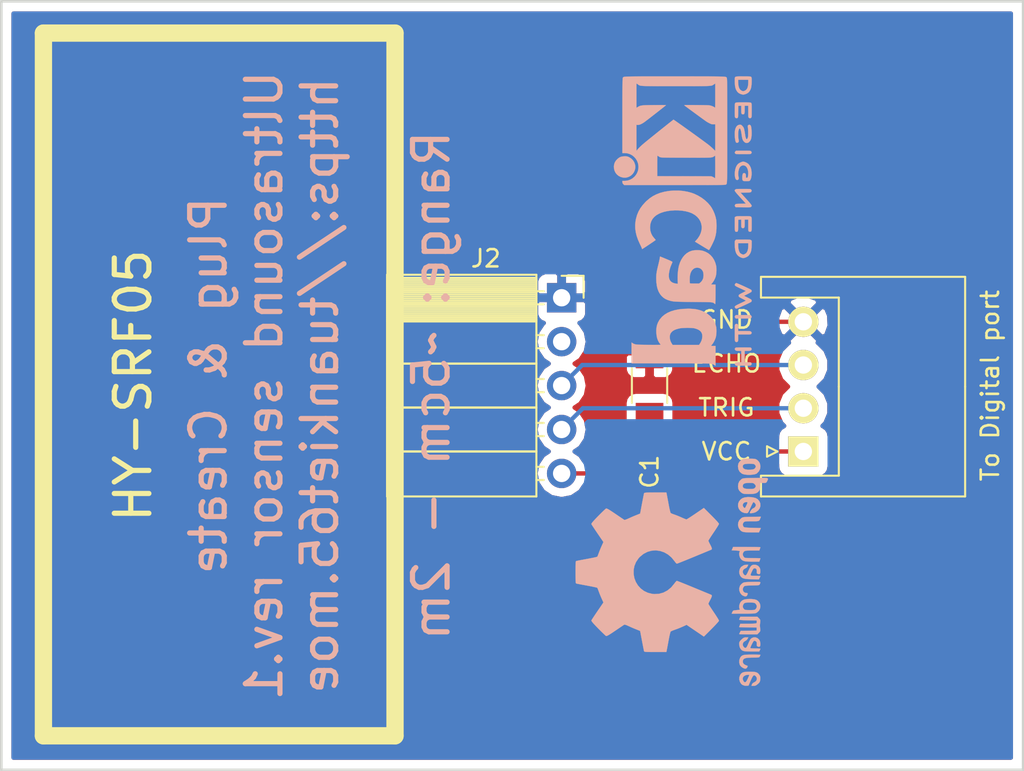
<source format=kicad_pcb>
(kicad_pcb (version 4) (host pcbnew 4.0.7)

  (general
    (links 6)
    (no_connects 0)
    (area 121.209999 84.379999 180.415001 132.401191)
    (thickness 1.6)
    (drawings 15)
    (tracks 14)
    (zones 0)
    (modules 5)
    (nets 5)
  )

  (page A4)
  (layers
    (0 F.Cu signal)
    (31 B.Cu signal)
    (32 B.Adhes user)
    (33 F.Adhes user)
    (34 B.Paste user)
    (35 F.Paste user)
    (36 B.SilkS user)
    (37 F.SilkS user)
    (38 B.Mask user)
    (39 F.Mask user)
    (40 Dwgs.User user)
    (41 Cmts.User user)
    (42 Eco1.User user)
    (43 Eco2.User user)
    (44 Edge.Cuts user)
    (45 Margin user)
    (46 B.CrtYd user)
    (47 F.CrtYd user)
    (48 B.Fab user)
    (49 F.Fab user hide)
  )

  (setup
    (last_trace_width 0.25)
    (trace_clearance 0.2)
    (zone_clearance 0.508)
    (zone_45_only no)
    (trace_min 0.2)
    (segment_width 1)
    (edge_width 0.15)
    (via_size 0.6)
    (via_drill 0.4)
    (via_min_size 0.4)
    (via_min_drill 0.3)
    (uvia_size 0.3)
    (uvia_drill 0.1)
    (uvias_allowed no)
    (uvia_min_size 0.2)
    (uvia_min_drill 0.1)
    (pcb_text_width 0.3)
    (pcb_text_size 1.5 1.5)
    (mod_edge_width 0.15)
    (mod_text_size 1 1)
    (mod_text_width 0.15)
    (pad_size 1.524 1.524)
    (pad_drill 0.762)
    (pad_to_mask_clearance 0.2)
    (aux_axis_origin 121.285 128.905)
    (visible_elements FFFFFF7F)
    (pcbplotparams
      (layerselection 0x010fc_80000001)
      (usegerberextensions true)
      (excludeedgelayer true)
      (linewidth 0.150000)
      (plotframeref false)
      (viasonmask false)
      (mode 1)
      (useauxorigin true)
      (hpglpennumber 1)
      (hpglpenspeed 20)
      (hpglpendiameter 15)
      (hpglpenoverlay 2)
      (psnegative false)
      (psa4output false)
      (plotreference true)
      (plotvalue false)
      (plotinvisibletext false)
      (padsonsilk false)
      (subtractmaskfromsilk true)
      (outputformat 1)
      (mirror false)
      (drillshape 0)
      (scaleselection 1)
      (outputdirectory ../gerber/order_201803/ultrasound_sensor/))
  )

  (net 0 "")
  (net 1 +5V)
  (net 2 GND)
  (net 3 /TRIG)
  (net 4 /ECHO)

  (net_class Default "This is the default net class."
    (clearance 0.2)
    (trace_width 0.25)
    (via_dia 0.6)
    (via_drill 0.4)
    (uvia_dia 0.3)
    (uvia_drill 0.1)
    (add_net +5V)
    (add_net /ECHO)
    (add_net /TRIG)
    (add_net GND)
  )

  (module Capacitors_SMD:C_1206_HandSoldering (layer F.Cu) (tedit 58AA84D1) (tstamp 5A8FB32E)
    (at 158.75 106.68 90)
    (descr "Capacitor SMD 1206, hand soldering")
    (tags "capacitor 1206")
    (path /5A8FB949)
    (attr smd)
    (fp_text reference C1 (at -4.985 0 90) (layer F.SilkS)
      (effects (font (size 1 1) (thickness 0.15)))
    )
    (fp_text value 100n (at 0 2 90) (layer F.Fab)
      (effects (font (size 1 1) (thickness 0.15)))
    )
    (fp_text user %R (at 0 -1.75 90) (layer F.Fab)
      (effects (font (size 1 1) (thickness 0.15)))
    )
    (fp_line (start -1.6 0.8) (end -1.6 -0.8) (layer F.Fab) (width 0.1))
    (fp_line (start 1.6 0.8) (end -1.6 0.8) (layer F.Fab) (width 0.1))
    (fp_line (start 1.6 -0.8) (end 1.6 0.8) (layer F.Fab) (width 0.1))
    (fp_line (start -1.6 -0.8) (end 1.6 -0.8) (layer F.Fab) (width 0.1))
    (fp_line (start 1 -1.02) (end -1 -1.02) (layer F.SilkS) (width 0.12))
    (fp_line (start -1 1.02) (end 1 1.02) (layer F.SilkS) (width 0.12))
    (fp_line (start -3.25 -1.05) (end 3.25 -1.05) (layer F.CrtYd) (width 0.05))
    (fp_line (start -3.25 -1.05) (end -3.25 1.05) (layer F.CrtYd) (width 0.05))
    (fp_line (start 3.25 1.05) (end 3.25 -1.05) (layer F.CrtYd) (width 0.05))
    (fp_line (start 3.25 1.05) (end -3.25 1.05) (layer F.CrtYd) (width 0.05))
    (pad 1 smd rect (at -2 0 90) (size 2 1.6) (layers F.Cu F.Paste F.Mask)
      (net 1 +5V))
    (pad 2 smd rect (at 2 0 90) (size 2 1.6) (layers F.Cu F.Paste F.Mask)
      (net 2 GND))
    (model Capacitors_SMD.3dshapes/C_1206.wrl
      (at (xyz 0 0 0))
      (scale (xyz 1 1 1))
      (rotate (xyz 0 0 0))
    )
  )

  (module Connectors_JST:JST_XH_S04B-XH-A_04x2.50mm_Angled (layer F.Cu) (tedit 5A8FB350) (tstamp 5A8FB336)
    (at 167.64 110.49 90)
    (descr "JST XH series connector, S04B-XH-A, side entry type, through hole")
    (tags "connector jst xh tht side horizontal angled 2.50mm")
    (path /5A8FB0B9)
    (fp_text reference J1 (at 3.75 -3.5 90) (layer F.SilkS) hide
      (effects (font (size 1 1) (thickness 0.15)))
    )
    (fp_text value Conn_01x04 (at 3.75 10.3 90) (layer F.Fab)
      (effects (font (size 1 1) (thickness 0.15)))
    )
    (fp_line (start -2.45 -2.3) (end -2.45 9.2) (layer F.Fab) (width 0.1))
    (fp_line (start -2.45 9.2) (end 9.95 9.2) (layer F.Fab) (width 0.1))
    (fp_line (start 9.95 9.2) (end 9.95 -2.3) (layer F.Fab) (width 0.1))
    (fp_line (start 9.95 -2.3) (end -2.45 -2.3) (layer F.Fab) (width 0.1))
    (fp_line (start -2.95 -2.8) (end -2.95 9.7) (layer F.CrtYd) (width 0.05))
    (fp_line (start -2.95 9.7) (end 10.45 9.7) (layer F.CrtYd) (width 0.05))
    (fp_line (start 10.45 9.7) (end 10.45 -2.8) (layer F.CrtYd) (width 0.05))
    (fp_line (start 10.45 -2.8) (end -2.95 -2.8) (layer F.CrtYd) (width 0.05))
    (fp_line (start 3.75 9.35) (end -2.6 9.35) (layer F.SilkS) (width 0.12))
    (fp_line (start -2.6 9.35) (end -2.6 -2.45) (layer F.SilkS) (width 0.12))
    (fp_line (start -2.6 -2.45) (end -1.4 -2.45) (layer F.SilkS) (width 0.12))
    (fp_line (start -1.4 -2.45) (end -1.4 2.05) (layer F.SilkS) (width 0.12))
    (fp_line (start -1.4 2.05) (end 3.75 2.05) (layer F.SilkS) (width 0.12))
    (fp_line (start 3.75 9.35) (end 10.1 9.35) (layer F.SilkS) (width 0.12))
    (fp_line (start 10.1 9.35) (end 10.1 -2.45) (layer F.SilkS) (width 0.12))
    (fp_line (start 10.1 -2.45) (end 8.9 -2.45) (layer F.SilkS) (width 0.12))
    (fp_line (start 8.9 -2.45) (end 8.9 2.05) (layer F.SilkS) (width 0.12))
    (fp_line (start 8.9 2.05) (end 3.75 2.05) (layer F.SilkS) (width 0.12))
    (fp_line (start -0.25 3.45) (end -0.25 8.7) (layer F.Fab) (width 0.1))
    (fp_line (start -0.25 8.7) (end 0.25 8.7) (layer F.Fab) (width 0.1))
    (fp_line (start 0.25 8.7) (end 0.25 3.45) (layer F.Fab) (width 0.1))
    (fp_line (start 0.25 3.45) (end -0.25 3.45) (layer F.Fab) (width 0.1))
    (fp_line (start 2.25 3.45) (end 2.25 8.7) (layer F.Fab) (width 0.1))
    (fp_line (start 2.25 8.7) (end 2.75 8.7) (layer F.Fab) (width 0.1))
    (fp_line (start 2.75 8.7) (end 2.75 3.45) (layer F.Fab) (width 0.1))
    (fp_line (start 2.75 3.45) (end 2.25 3.45) (layer F.Fab) (width 0.1))
    (fp_line (start 4.75 3.45) (end 4.75 8.7) (layer F.Fab) (width 0.1))
    (fp_line (start 4.75 8.7) (end 5.25 8.7) (layer F.Fab) (width 0.1))
    (fp_line (start 5.25 8.7) (end 5.25 3.45) (layer F.Fab) (width 0.1))
    (fp_line (start 5.25 3.45) (end 4.75 3.45) (layer F.Fab) (width 0.1))
    (fp_line (start 7.25 3.45) (end 7.25 8.7) (layer F.Fab) (width 0.1))
    (fp_line (start 7.25 8.7) (end 7.75 8.7) (layer F.Fab) (width 0.1))
    (fp_line (start 7.75 8.7) (end 7.75 3.45) (layer F.Fab) (width 0.1))
    (fp_line (start 7.75 3.45) (end 7.25 3.45) (layer F.Fab) (width 0.1))
    (fp_line (start 0 -1.5) (end -0.3 -2.1) (layer F.SilkS) (width 0.12))
    (fp_line (start -0.3 -2.1) (end 0.3 -2.1) (layer F.SilkS) (width 0.12))
    (fp_line (start 0.3 -2.1) (end 0 -1.5) (layer F.SilkS) (width 0.12))
    (fp_line (start 0 -1.5) (end -0.3 -2.1) (layer F.Fab) (width 0.1))
    (fp_line (start -0.3 -2.1) (end 0.3 -2.1) (layer F.Fab) (width 0.1))
    (fp_line (start 0.3 -2.1) (end 0 -1.5) (layer F.Fab) (width 0.1))
    (fp_text user %R (at 3.75 2.25 90) (layer F.Fab)
      (effects (font (size 1 1) (thickness 0.15)))
    )
    (pad 1 thru_hole rect (at 0 0 90) (size 1.75 1.75) (drill 1) (layers *.Cu *.Mask F.SilkS)
      (net 1 +5V))
    (pad 2 thru_hole circle (at 2.5 0 90) (size 1.75 1.75) (drill 1) (layers *.Cu *.Mask F.SilkS)
      (net 3 /TRIG))
    (pad 3 thru_hole circle (at 5 0 90) (size 1.75 1.75) (drill 1) (layers *.Cu *.Mask F.SilkS)
      (net 4 /ECHO))
    (pad 4 thru_hole circle (at 7.5 0 90) (size 1.75 1.75) (drill 1) (layers *.Cu *.Mask F.SilkS)
      (net 2 GND))
    (model Connectors_JST.3dshapes/JST_XH_S04B-XH-A_04x2.50mm_Angled.wrl
      (at (xyz 0 0 0))
      (scale (xyz 1 1 1))
      (rotate (xyz 0 0 0))
    )
  )

  (module Socket_Strips:Socket_Strip_Angled_1x05_Pitch2.54mm (layer F.Cu) (tedit 58CD5446) (tstamp 5A8FB33F)
    (at 153.67 101.6)
    (descr "Through hole angled socket strip, 1x05, 2.54mm pitch, 8.51mm socket length, single row")
    (tags "Through hole angled socket strip THT 1x05 2.54mm single row")
    (path /5A8FB4E7)
    (fp_text reference J2 (at -4.38 -2.27) (layer F.SilkS)
      (effects (font (size 1 1) (thickness 0.15)))
    )
    (fp_text value Conn_01x05 (at -4.38 12.43) (layer F.Fab)
      (effects (font (size 1 1) (thickness 0.15)))
    )
    (fp_line (start -1.52 -1.27) (end -1.52 1.27) (layer F.Fab) (width 0.1))
    (fp_line (start -1.52 1.27) (end -10.03 1.27) (layer F.Fab) (width 0.1))
    (fp_line (start -10.03 1.27) (end -10.03 -1.27) (layer F.Fab) (width 0.1))
    (fp_line (start -10.03 -1.27) (end -1.52 -1.27) (layer F.Fab) (width 0.1))
    (fp_line (start 0 -0.32) (end 0 0.32) (layer F.Fab) (width 0.1))
    (fp_line (start 0 0.32) (end -1.52 0.32) (layer F.Fab) (width 0.1))
    (fp_line (start -1.52 0.32) (end -1.52 -0.32) (layer F.Fab) (width 0.1))
    (fp_line (start -1.52 -0.32) (end 0 -0.32) (layer F.Fab) (width 0.1))
    (fp_line (start -1.52 1.27) (end -1.52 3.81) (layer F.Fab) (width 0.1))
    (fp_line (start -1.52 3.81) (end -10.03 3.81) (layer F.Fab) (width 0.1))
    (fp_line (start -10.03 3.81) (end -10.03 1.27) (layer F.Fab) (width 0.1))
    (fp_line (start -10.03 1.27) (end -1.52 1.27) (layer F.Fab) (width 0.1))
    (fp_line (start 0 2.22) (end 0 2.86) (layer F.Fab) (width 0.1))
    (fp_line (start 0 2.86) (end -1.52 2.86) (layer F.Fab) (width 0.1))
    (fp_line (start -1.52 2.86) (end -1.52 2.22) (layer F.Fab) (width 0.1))
    (fp_line (start -1.52 2.22) (end 0 2.22) (layer F.Fab) (width 0.1))
    (fp_line (start -1.52 3.81) (end -1.52 6.35) (layer F.Fab) (width 0.1))
    (fp_line (start -1.52 6.35) (end -10.03 6.35) (layer F.Fab) (width 0.1))
    (fp_line (start -10.03 6.35) (end -10.03 3.81) (layer F.Fab) (width 0.1))
    (fp_line (start -10.03 3.81) (end -1.52 3.81) (layer F.Fab) (width 0.1))
    (fp_line (start 0 4.76) (end 0 5.4) (layer F.Fab) (width 0.1))
    (fp_line (start 0 5.4) (end -1.52 5.4) (layer F.Fab) (width 0.1))
    (fp_line (start -1.52 5.4) (end -1.52 4.76) (layer F.Fab) (width 0.1))
    (fp_line (start -1.52 4.76) (end 0 4.76) (layer F.Fab) (width 0.1))
    (fp_line (start -1.52 6.35) (end -1.52 8.89) (layer F.Fab) (width 0.1))
    (fp_line (start -1.52 8.89) (end -10.03 8.89) (layer F.Fab) (width 0.1))
    (fp_line (start -10.03 8.89) (end -10.03 6.35) (layer F.Fab) (width 0.1))
    (fp_line (start -10.03 6.35) (end -1.52 6.35) (layer F.Fab) (width 0.1))
    (fp_line (start 0 7.3) (end 0 7.94) (layer F.Fab) (width 0.1))
    (fp_line (start 0 7.94) (end -1.52 7.94) (layer F.Fab) (width 0.1))
    (fp_line (start -1.52 7.94) (end -1.52 7.3) (layer F.Fab) (width 0.1))
    (fp_line (start -1.52 7.3) (end 0 7.3) (layer F.Fab) (width 0.1))
    (fp_line (start -1.52 8.89) (end -1.52 11.43) (layer F.Fab) (width 0.1))
    (fp_line (start -1.52 11.43) (end -10.03 11.43) (layer F.Fab) (width 0.1))
    (fp_line (start -10.03 11.43) (end -10.03 8.89) (layer F.Fab) (width 0.1))
    (fp_line (start -10.03 8.89) (end -1.52 8.89) (layer F.Fab) (width 0.1))
    (fp_line (start 0 9.84) (end 0 10.48) (layer F.Fab) (width 0.1))
    (fp_line (start 0 10.48) (end -1.52 10.48) (layer F.Fab) (width 0.1))
    (fp_line (start -1.52 10.48) (end -1.52 9.84) (layer F.Fab) (width 0.1))
    (fp_line (start -1.52 9.84) (end 0 9.84) (layer F.Fab) (width 0.1))
    (fp_line (start -1.46 -1.33) (end -1.46 1.27) (layer F.SilkS) (width 0.12))
    (fp_line (start -1.46 1.27) (end -10.09 1.27) (layer F.SilkS) (width 0.12))
    (fp_line (start -10.09 1.27) (end -10.09 -1.33) (layer F.SilkS) (width 0.12))
    (fp_line (start -10.09 -1.33) (end -1.46 -1.33) (layer F.SilkS) (width 0.12))
    (fp_line (start -1.03 -0.38) (end -1.46 -0.38) (layer F.SilkS) (width 0.12))
    (fp_line (start -1.03 0.38) (end -1.46 0.38) (layer F.SilkS) (width 0.12))
    (fp_line (start -1.46 -1.15) (end -10.09 -1.15) (layer F.SilkS) (width 0.12))
    (fp_line (start -1.46 -1.03) (end -10.09 -1.03) (layer F.SilkS) (width 0.12))
    (fp_line (start -1.46 -0.91) (end -10.09 -0.91) (layer F.SilkS) (width 0.12))
    (fp_line (start -1.46 -0.79) (end -10.09 -0.79) (layer F.SilkS) (width 0.12))
    (fp_line (start -1.46 -0.67) (end -10.09 -0.67) (layer F.SilkS) (width 0.12))
    (fp_line (start -1.46 -0.55) (end -10.09 -0.55) (layer F.SilkS) (width 0.12))
    (fp_line (start -1.46 -0.43) (end -10.09 -0.43) (layer F.SilkS) (width 0.12))
    (fp_line (start -1.46 -0.31) (end -10.09 -0.31) (layer F.SilkS) (width 0.12))
    (fp_line (start -1.46 -0.19) (end -10.09 -0.19) (layer F.SilkS) (width 0.12))
    (fp_line (start -1.46 -0.07) (end -10.09 -0.07) (layer F.SilkS) (width 0.12))
    (fp_line (start -1.46 0.05) (end -10.09 0.05) (layer F.SilkS) (width 0.12))
    (fp_line (start -1.46 0.17) (end -10.09 0.17) (layer F.SilkS) (width 0.12))
    (fp_line (start -1.46 0.29) (end -10.09 0.29) (layer F.SilkS) (width 0.12))
    (fp_line (start -1.46 0.41) (end -10.09 0.41) (layer F.SilkS) (width 0.12))
    (fp_line (start -1.46 0.53) (end -10.09 0.53) (layer F.SilkS) (width 0.12))
    (fp_line (start -1.46 0.65) (end -10.09 0.65) (layer F.SilkS) (width 0.12))
    (fp_line (start -1.46 0.77) (end -10.09 0.77) (layer F.SilkS) (width 0.12))
    (fp_line (start -1.46 0.89) (end -10.09 0.89) (layer F.SilkS) (width 0.12))
    (fp_line (start -1.46 1.01) (end -10.09 1.01) (layer F.SilkS) (width 0.12))
    (fp_line (start -1.46 1.13) (end -10.09 1.13) (layer F.SilkS) (width 0.12))
    (fp_line (start -1.46 1.25) (end -10.09 1.25) (layer F.SilkS) (width 0.12))
    (fp_line (start -1.46 1.37) (end -10.09 1.37) (layer F.SilkS) (width 0.12))
    (fp_line (start -1.46 1.27) (end -1.46 3.81) (layer F.SilkS) (width 0.12))
    (fp_line (start -1.46 3.81) (end -10.09 3.81) (layer F.SilkS) (width 0.12))
    (fp_line (start -10.09 3.81) (end -10.09 1.27) (layer F.SilkS) (width 0.12))
    (fp_line (start -10.09 1.27) (end -1.46 1.27) (layer F.SilkS) (width 0.12))
    (fp_line (start -1.03 2.16) (end -1.46 2.16) (layer F.SilkS) (width 0.12))
    (fp_line (start -1.03 2.92) (end -1.46 2.92) (layer F.SilkS) (width 0.12))
    (fp_line (start -1.46 3.81) (end -1.46 6.35) (layer F.SilkS) (width 0.12))
    (fp_line (start -1.46 6.35) (end -10.09 6.35) (layer F.SilkS) (width 0.12))
    (fp_line (start -10.09 6.35) (end -10.09 3.81) (layer F.SilkS) (width 0.12))
    (fp_line (start -10.09 3.81) (end -1.46 3.81) (layer F.SilkS) (width 0.12))
    (fp_line (start -1.03 4.7) (end -1.46 4.7) (layer F.SilkS) (width 0.12))
    (fp_line (start -1.03 5.46) (end -1.46 5.46) (layer F.SilkS) (width 0.12))
    (fp_line (start -1.46 6.35) (end -1.46 8.89) (layer F.SilkS) (width 0.12))
    (fp_line (start -1.46 8.89) (end -10.09 8.89) (layer F.SilkS) (width 0.12))
    (fp_line (start -10.09 8.89) (end -10.09 6.35) (layer F.SilkS) (width 0.12))
    (fp_line (start -10.09 6.35) (end -1.46 6.35) (layer F.SilkS) (width 0.12))
    (fp_line (start -1.03 7.24) (end -1.46 7.24) (layer F.SilkS) (width 0.12))
    (fp_line (start -1.03 8) (end -1.46 8) (layer F.SilkS) (width 0.12))
    (fp_line (start -1.46 8.89) (end -1.46 11.49) (layer F.SilkS) (width 0.12))
    (fp_line (start -1.46 11.49) (end -10.09 11.49) (layer F.SilkS) (width 0.12))
    (fp_line (start -10.09 11.49) (end -10.09 8.89) (layer F.SilkS) (width 0.12))
    (fp_line (start -10.09 8.89) (end -1.46 8.89) (layer F.SilkS) (width 0.12))
    (fp_line (start -1.03 9.78) (end -1.46 9.78) (layer F.SilkS) (width 0.12))
    (fp_line (start -1.03 10.54) (end -1.46 10.54) (layer F.SilkS) (width 0.12))
    (fp_line (start 0 -1.27) (end 1.27 -1.27) (layer F.SilkS) (width 0.12))
    (fp_line (start 1.27 -1.27) (end 1.27 0) (layer F.SilkS) (width 0.12))
    (fp_line (start 1.8 -1.8) (end 1.8 11.95) (layer F.CrtYd) (width 0.05))
    (fp_line (start 1.8 11.95) (end -10.55 11.95) (layer F.CrtYd) (width 0.05))
    (fp_line (start -10.55 11.95) (end -10.55 -1.8) (layer F.CrtYd) (width 0.05))
    (fp_line (start -10.55 -1.8) (end 1.8 -1.8) (layer F.CrtYd) (width 0.05))
    (fp_text user %R (at -4.38 -2.27) (layer F.Fab)
      (effects (font (size 1 1) (thickness 0.15)))
    )
    (pad 1 thru_hole rect (at 0 0) (size 1.7 1.7) (drill 1) (layers *.Cu *.Mask)
      (net 2 GND))
    (pad 2 thru_hole oval (at 0 2.54) (size 1.7 1.7) (drill 1) (layers *.Cu *.Mask))
    (pad 3 thru_hole oval (at 0 5.08) (size 1.7 1.7) (drill 1) (layers *.Cu *.Mask)
      (net 4 /ECHO))
    (pad 4 thru_hole oval (at 0 7.62) (size 1.7 1.7) (drill 1) (layers *.Cu *.Mask)
      (net 3 /TRIG))
    (pad 5 thru_hole oval (at 0 10.16) (size 1.7 1.7) (drill 1) (layers *.Cu *.Mask)
      (net 1 +5V))
    (model ${KISYS3DMOD}/Socket_Strips.3dshapes/Socket_Strip_Angled_1x05_Pitch2.54mm.wrl
      (at (xyz 0 -0.2 0))
      (scale (xyz 1 1 1))
      (rotate (xyz 0 0 270))
    )
  )

  (module Symbols:KiCad-Logo2_8mm_SilkScreen (layer B.Cu) (tedit 0) (tstamp 5A9A5465)
    (at 160.655 97.155 270)
    (descr "KiCad Logo")
    (tags "Logo KiCad")
    (attr virtual)
    (fp_text reference REF*** (at 0 0 270) (layer B.SilkS) hide
      (effects (font (size 1 1) (thickness 0.15)) (justify mirror))
    )
    (fp_text value KiCad-Logo2_8mm_SilkScreen (at 0.75 0 270) (layer B.Fab) hide
      (effects (font (size 1 1) (thickness 0.15)) (justify mirror))
    )
    (fp_poly (pts (xy -8.149754 -3.020945) (xy -8.097189 -3.02148) (xy -7.943165 -3.025196) (xy -7.814171 -3.036235)
      (xy -7.705809 -3.055782) (xy -7.613684 -3.085019) (xy -7.533399 -3.125133) (xy -7.460558 -3.177305)
      (xy -7.434541 -3.199969) (xy -7.391383 -3.252998) (xy -7.352467 -3.324957) (xy -7.322473 -3.40472)
      (xy -7.306081 -3.481161) (xy -7.304378 -3.509408) (xy -7.315051 -3.58771) (xy -7.343653 -3.673241)
      (xy -7.385057 -3.754199) (xy -7.434141 -3.818782) (xy -7.442113 -3.826574) (xy -7.509646 -3.881344)
      (xy -7.583598 -3.924099) (xy -7.668234 -3.955959) (xy -7.767817 -3.978044) (xy -7.886612 -3.991474)
      (xy -8.02888 -3.99737) (xy -8.094046 -3.99787) (xy -8.176901 -3.997471) (xy -8.235169 -3.995802)
      (xy -8.274316 -3.992158) (xy -8.299809 -3.985829) (xy -8.317114 -3.97611) (xy -8.32639 -3.96781)
      (xy -8.335152 -3.957728) (xy -8.342025 -3.944721) (xy -8.347238 -3.925305) (xy -8.351019 -3.895996)
      (xy -8.353597 -3.853309) (xy -8.3552 -3.793761) (xy -8.356057 -3.713866) (xy -8.356397 -3.610141)
      (xy -8.356449 -3.509408) (xy -8.35678 -3.375055) (xy -8.356708 -3.267728) (xy -8.35543 -3.216331)
      (xy -8.161065 -3.216331) (xy -8.161065 -3.802485) (xy -8.037071 -3.802371) (xy -7.962461 -3.800232)
      (xy -7.884318 -3.794719) (xy -7.81912 -3.787008) (xy -7.817136 -3.786691) (xy -7.711763 -3.761214)
      (xy -7.630032 -3.721536) (xy -7.567862 -3.665074) (xy -7.52836 -3.603942) (xy -7.50402 -3.536129)
      (xy -7.505907 -3.472455) (xy -7.534155 -3.404201) (xy -7.589408 -3.333592) (xy -7.665973 -3.281271)
      (xy -7.765495 -3.246299) (xy -7.832007 -3.233922) (xy -7.907507 -3.22523) (xy -7.987525 -3.21894)
      (xy -8.055584 -3.216324) (xy -8.059615 -3.216312) (xy -8.161065 -3.216331) (xy -8.35543 -3.216331)
      (xy -8.354636 -3.184417) (xy -8.348961 -3.122115) (xy -8.338087 -3.077811) (xy -8.320414 -3.048496)
      (xy -8.294343 -3.031161) (xy -8.258275 -3.022797) (xy -8.210612 -3.020395) (xy -8.149754 -3.020945)) (layer B.SilkS) (width 0.01))
    (fp_poly (pts (xy -6.27443 -3.021052) (xy -6.182022 -3.021548) (xy -6.112273 -3.022701) (xy -6.061483 -3.02478)
      (xy -6.025951 -3.028051) (xy -6.001978 -3.032783) (xy -5.985864 -3.039243) (xy -5.973909 -3.047699)
      (xy -5.969579 -3.051591) (xy -5.943251 -3.09294) (xy -5.938511 -3.140452) (xy -5.95583 -3.182631)
      (xy -5.963839 -3.191156) (xy -5.976792 -3.199421) (xy -5.997648 -3.205797) (xy -6.030276 -3.210595)
      (xy -6.078542 -3.214124) (xy -6.146314 -3.216694) (xy -6.23746 -3.218617) (xy -6.320791 -3.219787)
      (xy -6.650592 -3.223846) (xy -6.659606 -3.396686) (xy -6.435742 -3.396686) (xy -6.338554 -3.397525)
      (xy -6.267403 -3.401032) (xy -6.218291 -3.408695) (xy -6.187217 -3.422003) (xy -6.170184 -3.442441)
      (xy -6.163192 -3.471499) (xy -6.16213 -3.498467) (xy -6.16543 -3.531557) (xy -6.177883 -3.55594)
      (xy -6.20332 -3.572889) (xy -6.245571 -3.583679) (xy -6.308466 -3.589584) (xy -6.395835 -3.591877)
      (xy -6.443521 -3.592071) (xy -6.658106 -3.592071) (xy -6.658106 -3.802485) (xy -6.327455 -3.802485)
      (xy -6.21907 -3.802636) (xy -6.136697 -3.803314) (xy -6.076289 -3.804856) (xy -6.033799 -3.807599)
      (xy -6.005181 -3.811881) (xy -5.986388 -3.818039) (xy -5.973374 -3.826409) (xy -5.966745 -3.832544)
      (xy -5.944007 -3.868349) (xy -5.936686 -3.900177) (xy -5.947139 -3.939054) (xy -5.966745 -3.96781)
      (xy -5.977205 -3.976863) (xy -5.990708 -3.983893) (xy -6.010886 -3.989154) (xy -6.041371 -3.992901)
      (xy -6.085795 -3.99539) (xy -6.147791 -3.996875) (xy -6.230991 -3.997611) (xy -6.339027 -3.997854)
      (xy -6.395089 -3.99787) (xy -6.515144 -3.997763) (xy -6.608774 -3.997275) (xy -6.679609 -3.996149)
      (xy -6.731281 -3.994131) (xy -6.767423 -3.990966) (xy -6.791668 -3.986399) (xy -6.807647 -3.980176)
      (xy -6.818993 -3.97204) (xy -6.823432 -3.96781) (xy -6.832217 -3.957696) (xy -6.839104 -3.944648)
      (xy -6.844321 -3.92517) (xy -6.848099 -3.895764) (xy -6.85067 -3.852934) (xy -6.852264 -3.793184)
      (xy -6.853111 -3.713017) (xy -6.853442 -3.608937) (xy -6.853491 -3.512028) (xy -6.853446 -3.387923)
      (xy -6.853134 -3.290366) (xy -6.852288 -3.215846) (xy -6.850642 -3.160851) (xy -6.847929 -3.12187)
      (xy -6.843883 -3.095393) (xy -6.838237 -3.077906) (xy -6.830726 -3.0659) (xy -6.821082 -3.055863)
      (xy -6.818706 -3.053626) (xy -6.807175 -3.043719) (xy -6.793778 -3.036048) (xy -6.774796 -3.030326)
      (xy -6.746515 -3.026268) (xy -6.705218 -3.023588) (xy -6.647188 -3.022002) (xy -6.568709 -3.021224)
      (xy -6.466066 -3.020968) (xy -6.393196 -3.020946) (xy -6.27443 -3.021052)) (layer B.SilkS) (width 0.01))
    (fp_poly (pts (xy -4.914988 -3.022657) (xy -4.815383 -3.02962) (xy -4.722744 -3.040495) (xy -4.642458 -3.054874)
      (xy -4.579908 -3.072346) (xy -4.540481 -3.092502) (xy -4.534429 -3.098435) (xy -4.513384 -3.144475)
      (xy -4.519766 -3.19174) (xy -4.552407 -3.232178) (xy -4.553964 -3.233337) (xy -4.573163 -3.245797)
      (xy -4.593205 -3.252349) (xy -4.62116 -3.253144) (xy -4.664099 -3.248336) (xy -4.729091 -3.238075)
      (xy -4.734319 -3.237211) (xy -4.831161 -3.225314) (xy -4.935644 -3.219445) (xy -5.040435 -3.219388)
      (xy -5.138202 -3.224927) (xy -5.221612 -3.235845) (xy -5.283333 -3.251925) (xy -5.287388 -3.253541)
      (xy -5.332164 -3.278629) (xy -5.347896 -3.304018) (xy -5.33558 -3.328987) (xy -5.296215 -3.352816)
      (xy -5.230798 -3.374782) (xy -5.140326 -3.394166) (xy -5.08 -3.403498) (xy -4.9546 -3.421449)
      (xy -4.854865 -3.437859) (xy -4.776546 -3.454148) (xy -4.715393 -3.471738) (xy -4.667159 -3.492049)
      (xy -4.627595 -3.516503) (xy -4.592452 -3.54652) (xy -4.564211 -3.575996) (xy -4.530708 -3.617067)
      (xy -4.514219 -3.652382) (xy -4.509063 -3.695893) (xy -4.508876 -3.711828) (xy -4.512748 -3.764705)
      (xy -4.528227 -3.804043) (xy -4.555015 -3.83896) (xy -4.609459 -3.892334) (xy -4.67017 -3.933038)
      (xy -4.741658 -3.9624) (xy -4.828436 -3.981747) (xy -4.935014 -3.992406) (xy -5.065903 -3.995705)
      (xy -5.087515 -3.995649) (xy -5.174798 -3.99384) (xy -5.261359 -3.989729) (xy -5.337762 -3.983906)
      (xy -5.39457 -3.976961) (xy -5.399164 -3.976164) (xy -5.455645 -3.962784) (xy -5.503552 -3.945882)
      (xy -5.530673 -3.930431) (xy -5.555911 -3.889666) (xy -5.557669 -3.842198) (xy -5.535912 -3.799895)
      (xy -5.531044 -3.795112) (xy -5.510922 -3.780899) (xy -5.485758 -3.774776) (xy -5.446813 -3.775818)
      (xy -5.399535 -3.781234) (xy -5.346705 -3.786073) (xy -5.272648 -3.790155) (xy -5.186191 -3.793118)
      (xy -5.096163 -3.794597) (xy -5.072485 -3.794694) (xy -4.982122 -3.79433) (xy -4.915989 -3.792576)
      (xy -4.868267 -3.788823) (xy -4.833138 -3.782463) (xy -4.804782 -3.772887) (xy -4.787741 -3.764911)
      (xy -4.750296 -3.742765) (xy -4.726421 -3.722708) (xy -4.722932 -3.717023) (xy -4.730293 -3.693545)
      (xy -4.765287 -3.670817) (xy -4.825488 -3.64987) (xy -4.908471 -3.631736) (xy -4.93292 -3.627697)
      (xy -5.060622 -3.607639) (xy -5.16254 -3.590874) (xy -5.242606 -3.576183) (xy -5.304754 -3.562348)
      (xy -5.352918 -3.548151) (xy -5.391032 -3.532373) (xy -5.42303 -3.513796) (xy -5.452844 -3.491202)
      (xy -5.48441 -3.463373) (xy -5.495032 -3.453616) (xy -5.532273 -3.417202) (xy -5.551987 -3.388352)
      (xy -5.559699 -3.355338) (xy -5.560947 -3.313735) (xy -5.547215 -3.232151) (xy -5.506178 -3.162834)
      (xy -5.43807 -3.106008) (xy -5.343127 -3.061897) (xy -5.275384 -3.042112) (xy -5.201759 -3.029333)
      (xy -5.113561 -3.022104) (xy -5.016176 -3.020015) (xy -4.914988 -3.022657)) (layer B.SilkS) (width 0.01))
    (fp_poly (pts (xy -3.892663 -3.051006) (xy -3.883901 -3.061088) (xy -3.877028 -3.074095) (xy -3.871815 -3.093511)
      (xy -3.868034 -3.12282) (xy -3.865456 -3.165507) (xy -3.863853 -3.225055) (xy -3.862995 -3.30495)
      (xy -3.862656 -3.408676) (xy -3.862603 -3.509408) (xy -3.862696 -3.634352) (xy -3.863127 -3.732721)
      (xy -3.864123 -3.808001) (xy -3.865915 -3.863674) (xy -3.868729 -3.903226) (xy -3.872796 -3.930141)
      (xy -3.878342 -3.947903) (xy -3.885597 -3.959997) (xy -3.892663 -3.96781) (xy -3.936602 -3.994012)
      (xy -3.98342 -3.991661) (xy -4.025309 -3.963084) (xy -4.034934 -3.951927) (xy -4.042455 -3.938983)
      (xy -4.048134 -3.920672) (xy -4.052227 -3.893418) (xy -4.054995 -3.85364) (xy -4.056696 -3.797762)
      (xy -4.057589 -3.722204) (xy -4.057933 -3.623388) (xy -4.057988 -3.511514) (xy -4.057988 -3.094728)
      (xy -4.021097 -3.057837) (xy -3.975625 -3.0268) (xy -3.931516 -3.025681) (xy -3.892663 -3.051006)) (layer B.SilkS) (width 0.01))
    (fp_poly (pts (xy -2.596262 -3.028312) (xy -2.505041 -3.043618) (xy -2.434982 -3.067411) (xy -2.389404 -3.09874)
      (xy -2.376984 -3.116614) (xy -2.364354 -3.158185) (xy -2.372853 -3.195792) (xy -2.399685 -3.231455)
      (xy -2.441376 -3.248139) (xy -2.50187 -3.246784) (xy -2.548659 -3.237745) (xy -2.652628 -3.220523)
      (xy -2.75888 -3.218887) (xy -2.877809 -3.232865) (xy -2.91066 -3.238788) (xy -3.021245 -3.269967)
      (xy -3.107759 -3.316346) (xy -3.169253 -3.377135) (xy -3.204778 -3.451544) (xy -3.212125 -3.490014)
      (xy -3.207316 -3.568063) (xy -3.176266 -3.637117) (xy -3.121806 -3.695829) (xy -3.046764 -3.742853)
      (xy -2.95397 -3.776843) (xy -2.846252 -3.796454) (xy -2.726441 -3.800341) (xy -2.597365 -3.787156)
      (xy -2.590077 -3.785912) (xy -2.538738 -3.77635) (xy -2.510272 -3.767114) (xy -2.497934 -3.753409)
      (xy -2.494978 -3.730442) (xy -2.494911 -3.718279) (xy -2.494911 -3.667219) (xy -2.586077 -3.667219)
      (xy -2.666582 -3.661704) (xy -2.721521 -3.64413) (xy -2.753486 -3.612953) (xy -2.765072 -3.56663)
      (xy -2.765213 -3.560584) (xy -2.758435 -3.520989) (xy -2.735191 -3.492717) (xy -2.69193 -3.474007)
      (xy -2.625101 -3.4631) (xy -2.56037 -3.45909) (xy -2.466287 -3.456789) (xy -2.398044 -3.4603)
      (xy -2.351501 -3.473255) (xy -2.322518 -3.499286) (xy -2.306955 -3.542027) (xy -2.300671 -3.60511)
      (xy -2.299526 -3.687964) (xy -2.301402 -3.780446) (xy -2.307046 -3.843354) (xy -2.316482 -3.876939)
      (xy -2.318313 -3.879569) (xy -2.370125 -3.921534) (xy -2.44609 -3.954768) (xy -2.541392 -3.978559)
      (xy -2.651216 -3.992199) (xy -2.770746 -3.994978) (xy -2.895166 -3.986185) (xy -2.968343 -3.975385)
      (xy -3.08312 -3.942898) (xy -3.189796 -3.889786) (xy -3.279111 -3.820855) (xy -3.292686 -3.807078)
      (xy -3.336792 -3.749158) (xy -3.376589 -3.677376) (xy -3.407427 -3.602119) (xy -3.424657 -3.533777)
      (xy -3.426734 -3.507529) (xy -3.417893 -3.452777) (xy -3.394395 -3.384655) (xy -3.360749 -3.31295)
      (xy -3.321464 -3.247449) (xy -3.286755 -3.203698) (xy -3.205603 -3.138619) (xy -3.100698 -3.086821)
      (xy -2.9758 -3.049474) (xy -2.834667 -3.027753) (xy -2.705325 -3.022445) (xy -2.596262 -3.028312)) (layer B.SilkS) (width 0.01))
    (fp_poly (pts (xy -1.73092 -3.02678) (xy -1.699545 -3.045185) (xy -1.658522 -3.075285) (xy -1.605724 -3.118496)
      (xy -1.539025 -3.176238) (xy -1.456299 -3.249928) (xy -1.35542 -3.340984) (xy -1.239941 -3.445674)
      (xy -0.999467 -3.663743) (xy -0.991952 -3.371044) (xy -0.989239 -3.27029) (xy -0.986622 -3.195258)
      (xy -0.98352 -3.14162) (xy -0.979356 -3.105046) (xy -0.973551 -3.081207) (xy -0.965524 -3.065774)
      (xy -0.954697 -3.054418) (xy -0.948956 -3.049646) (xy -0.902983 -3.024413) (xy -0.859237 -3.028102)
      (xy -0.824535 -3.049659) (xy -0.789053 -3.078371) (xy -0.78464 -3.497686) (xy -0.783419 -3.621007)
      (xy -0.782797 -3.717884) (xy -0.78299 -3.79193) (xy -0.784214 -3.846757) (xy -0.786684 -3.885979)
      (xy -0.790614 -3.913209) (xy -0.79622 -3.932059) (xy -0.803718 -3.946141) (xy -0.812033 -3.957435)
      (xy -0.830022 -3.978382) (xy -0.847921 -3.992267) (xy -0.868212 -3.997596) (xy -0.893378 -3.992876)
      (xy -0.9259 -3.976613) (xy -0.968263 -3.947313) (xy -1.022948 -3.903482) (xy -1.092437 -3.843627)
      (xy -1.179215 -3.766254) (xy -1.277515 -3.67735) (xy -1.63071 -3.356971) (xy -1.638225 -3.648713)
      (xy -1.640943 -3.749283) (xy -1.643567 -3.82414) (xy -1.646679 -3.87762) (xy -1.650862 -3.914062)
      (xy -1.656697 -3.937804) (xy -1.664766 -3.953182) (xy -1.675651 -3.964536) (xy -1.681221 -3.969162)
      (xy -1.730456 -3.994578) (xy -1.776977 -3.990745) (xy -1.817489 -3.958269) (xy -1.826756 -3.945203)
      (xy -1.833979 -3.929945) (xy -1.839412 -3.908832) (xy -1.843308 -3.878205) (xy -1.845921 -3.834402)
      (xy -1.847507 -3.773763) (xy -1.848318 -3.692627) (xy -1.848608 -3.587333) (xy -1.848639 -3.509408)
      (xy -1.848541 -3.387524) (xy -1.848079 -3.292039) (xy -1.846997 -3.219291) (xy -1.845043 -3.165619)
      (xy -1.841962 -3.127363) (xy -1.8375 -3.100863) (xy -1.831403 -3.082456) (xy -1.823417 -3.068484)
      (xy -1.817489 -3.060547) (xy -1.802462 -3.041748) (xy -1.788418 -3.027553) (xy -1.77323 -3.019382)
      (xy -1.754773 -3.018652) (xy -1.73092 -3.02678)) (layer B.SilkS) (width 0.01))
    (fp_poly (pts (xy 0.30667 -3.021203) (xy 0.408331 -3.02242) (xy 0.486236 -3.025266) (xy 0.543535 -3.03041)
      (xy 0.583381 -3.03852) (xy 0.608922 -3.050267) (xy 0.623311 -3.066318) (xy 0.629699 -3.087344)
      (xy 0.631235 -3.114012) (xy 0.631243 -3.117162) (xy 0.629909 -3.147326) (xy 0.623605 -3.170639)
      (xy 0.608876 -3.188042) (xy 0.582269 -3.200476) (xy 0.540328 -3.208881) (xy 0.4796 -3.214201)
      (xy 0.39663 -3.217375) (xy 0.287965 -3.219345) (xy 0.254659 -3.219781) (xy -0.067633 -3.223846)
      (xy -0.07214 -3.310266) (xy -0.076648 -3.396686) (xy 0.147217 -3.396686) (xy 0.234675 -3.397009)
      (xy 0.297123 -3.398373) (xy 0.339608 -3.401375) (xy 0.367177 -3.406609) (xy 0.384876 -3.414671)
      (xy 0.397751 -3.426156) (xy 0.397834 -3.426247) (xy 0.421184 -3.471007) (xy 0.42034 -3.519383)
      (xy 0.395833 -3.560622) (xy 0.390983 -3.564861) (xy 0.373769 -3.575785) (xy 0.35018 -3.583385)
      (xy 0.314961 -3.588233) (xy 0.262854 -3.590902) (xy 0.188604 -3.591964) (xy 0.141116 -3.592071)
      (xy -0.075148 -3.592071) (xy -0.075148 -3.802485) (xy 0.253174 -3.802485) (xy 0.361572 -3.802675)
      (xy 0.443889 -3.80345) (xy 0.504103 -3.80512) (xy 0.546189 -3.807994) (xy 0.574125 -3.812383)
      (xy 0.591888 -3.818595) (xy 0.603454 -3.82694) (xy 0.606369 -3.82997) (xy 0.62789 -3.87197)
      (xy 0.629464 -3.91975) (xy 0.611809 -3.961178) (xy 0.597839 -3.974473) (xy 0.583308 -3.981792)
      (xy 0.560792 -3.987455) (xy 0.52673 -3.991659) (xy 0.477561 -3.994604) (xy 0.409722 -3.996487)
      (xy 0.319652 -3.997506) (xy 0.203791 -3.997861) (xy 0.177597 -3.99787) (xy 0.059793 -3.997792)
      (xy -0.03165 -3.997367) (xy -0.100432 -3.996302) (xy -0.15025 -3.994305) (xy -0.184806 -3.991086)
      (xy -0.207796 -3.986352) (xy -0.22292 -3.979813) (xy -0.233877 -3.971177) (xy -0.239888 -3.964976)
      (xy -0.248936 -3.953993) (xy -0.256004 -3.940388) (xy -0.261337 -3.920592) (xy -0.265178 -3.891038)
      (xy -0.267771 -3.848157) (xy -0.269359 -3.788381) (xy -0.270185 -3.708143) (xy -0.270494 -3.603875)
      (xy -0.270532 -3.516116) (xy -0.270438 -3.393144) (xy -0.269989 -3.296605) (xy -0.268938 -3.222875)
      (xy -0.267036 -3.168326) (xy -0.264037 -3.129335) (xy -0.259691 -3.102275) (xy -0.253752 -3.08352)
      (xy -0.245971 -3.069446) (xy -0.239382 -3.060547) (xy -0.208232 -3.020946) (xy 0.178102 -3.020946)
      (xy 0.30667 -3.021203)) (layer B.SilkS) (width 0.01))
    (fp_poly (pts (xy 1.355737 -3.021223) (xy 1.527455 -3.027029) (xy 1.673509 -3.044637) (xy 1.796307 -3.075099)
      (xy 1.898257 -3.119471) (xy 1.981768 -3.178807) (xy 2.049247 -3.25416) (xy 2.103103 -3.346586)
      (xy 2.104162 -3.34884) (xy 2.136303 -3.43156) (xy 2.147755 -3.50482) (xy 2.138474 -3.578548)
      (xy 2.108415 -3.662671) (xy 2.102715 -3.675473) (xy 2.063839 -3.750398) (xy 2.020149 -3.808293)
      (xy 1.96376 -3.857508) (xy 1.886792 -3.906393) (xy 1.88232 -3.908945) (xy 1.815317 -3.941131)
      (xy 1.739585 -3.965168) (xy 1.650258 -3.981887) (xy 1.542469 -3.992115) (xy 1.411352 -3.996682)
      (xy 1.365026 -3.997079) (xy 1.14443 -3.99787) (xy 1.11328 -3.958269) (xy 1.10404 -3.945247)
      (xy 1.096832 -3.93004) (xy 1.091404 -3.909002) (xy 1.087505 -3.878486) (xy 1.084883 -3.834847)
      (xy 1.084028 -3.802485) (xy 1.292545 -3.802485) (xy 1.417536 -3.802485) (xy 1.490677 -3.800346)
      (xy 1.565761 -3.794717) (xy 1.627384 -3.786779) (xy 1.631103 -3.786111) (xy 1.740553 -3.756748)
      (xy 1.825448 -3.712633) (xy 1.888472 -3.651719) (xy 1.932314 -3.57196) (xy 1.939937 -3.55082)
      (xy 1.94741 -3.517898) (xy 1.944175 -3.485372) (xy 1.928433 -3.4421) (xy 1.918944 -3.420843)
      (xy 1.887871 -3.364356) (xy 1.850433 -3.324727) (xy 1.809241 -3.29713) (xy 1.72673 -3.261218)
      (xy 1.621133 -3.235204) (xy 1.498118 -3.220224) (xy 1.409024 -3.216928) (xy 1.292545 -3.216331)
      (xy 1.292545 -3.802485) (xy 1.084028 -3.802485) (xy 1.083286 -3.774436) (xy 1.082464 -3.693608)
      (xy 1.082164 -3.588717) (xy 1.08213 -3.506698) (xy 1.08213 -3.094728) (xy 1.119021 -3.057837)
      (xy 1.135394 -3.042884) (xy 1.153097 -3.032644) (xy 1.177819 -3.026237) (xy 1.215248 -3.022783)
      (xy 1.271073 -3.021403) (xy 1.350982 -3.021217) (xy 1.355737 -3.021223)) (layer B.SilkS) (width 0.01))
    (fp_poly (pts (xy 4.985501 -3.023566) (xy 5.011582 -3.032886) (xy 5.012588 -3.033342) (xy 5.048006 -3.06037)
      (xy 5.06752 -3.088172) (xy 5.071338 -3.101208) (xy 5.071149 -3.118528) (xy 5.065776 -3.143203)
      (xy 5.054042 -3.1783) (xy 5.034767 -3.226889) (xy 5.006776 -3.292038) (xy 4.96889 -3.376817)
      (xy 4.919932 -3.484295) (xy 4.892985 -3.543039) (xy 4.844324 -3.647909) (xy 4.798644 -3.74435)
      (xy 4.757688 -3.828834) (xy 4.7232 -3.897836) (xy 4.696923 -3.94783) (xy 4.6806 -3.97529)
      (xy 4.67737 -3.979083) (xy 4.636043 -3.995816) (xy 4.589363 -3.993575) (xy 4.551924 -3.973223)
      (xy 4.550398 -3.971568) (xy 4.535505 -3.949022) (xy 4.510523 -3.905107) (xy 4.478533 -3.845476)
      (xy 4.442614 -3.775782) (xy 4.429706 -3.750099) (xy 4.332268 -3.554933) (xy 4.22606 -3.766943)
      (xy 4.188151 -3.840197) (xy 4.152981 -3.903726) (xy 4.123422 -3.952667) (xy 4.102348 -3.982158)
      (xy 4.095206 -3.988412) (xy 4.039692 -3.996881) (xy 3.993883 -3.979083) (xy 3.980408 -3.960061)
      (xy 3.95709 -3.917785) (xy 3.925831 -3.856416) (xy 3.888534 -3.780112) (xy 3.8471 -3.693035)
      (xy 3.803432 -3.599343) (xy 3.759432 -3.503197) (xy 3.717002 -3.408757) (xy 3.678044 -3.320181)
      (xy 3.644461 -3.241632) (xy 3.618155 -3.177267) (xy 3.601028 -3.131247) (xy 3.594983 -3.107733)
      (xy 3.595045 -3.106881) (xy 3.609754 -3.077292) (xy 3.639156 -3.047156) (xy 3.640887 -3.045844)
      (xy 3.677024 -3.025418) (xy 3.710448 -3.025616) (xy 3.722976 -3.029467) (xy 3.738241 -3.037789)
      (xy 3.754452 -3.054161) (xy 3.773553 -3.081978) (xy 3.797489 -3.124636) (xy 3.828205 -3.185531)
      (xy 3.867645 -3.268061) (xy 3.903212 -3.344243) (xy 3.944131 -3.43255) (xy 3.980798 -3.511962)
      (xy 4.011308 -3.578332) (xy 4.033756 -3.627511) (xy 4.046237 -3.655349) (xy 4.048057 -3.659704)
      (xy 4.056244 -3.652585) (xy 4.075059 -3.622777) (xy 4.102 -3.574632) (xy 4.134562 -3.512499)
      (xy 4.14752 -3.486864) (xy 4.191414 -3.400301) (xy 4.225265 -3.337261) (xy 4.251851 -3.294078)
      (xy 4.273949 -3.267088) (xy 4.294338 -3.252624) (xy 4.315794 -3.247023) (xy 4.329777 -3.24639)
      (xy 4.354442 -3.248576) (xy 4.376056 -3.257615) (xy 4.397532 -3.277233) (xy 4.421784 -3.311153)
      (xy 4.451724 -3.363098) (xy 4.490267 -3.436794) (xy 4.511532 -3.478716) (xy 4.546026 -3.54553)
      (xy 4.57611 -3.600937) (xy 4.599131 -3.640263) (xy 4.612434 -3.658832) (xy 4.614243 -3.659605)
      (xy 4.622834 -3.644991) (xy 4.642068 -3.607043) (xy 4.670019 -3.549732) (xy 4.704761 -3.477032)
      (xy 4.744367 -3.392912) (xy 4.76385 -3.35113) (xy 4.814534 -3.243299) (xy 4.855347 -3.160326)
      (xy 4.888408 -3.099502) (xy 4.915835 -3.058121) (xy 4.939746 -3.033476) (xy 4.962262 -3.02286)
      (xy 4.985501 -3.023566)) (layer B.SilkS) (width 0.01))
    (fp_poly (pts (xy 5.576558 -3.030013) (xy 5.608128 -3.049678) (xy 5.64361 -3.078409) (xy 5.64361 -3.506502)
      (xy 5.643497 -3.631726) (xy 5.643013 -3.730383) (xy 5.64194 -3.805966) (xy 5.640062 -3.861969)
      (xy 5.63716 -3.901883) (xy 5.633017 -3.929202) (xy 5.627416 -3.947417) (xy 5.620139 -3.960022)
      (xy 5.614978 -3.966232) (xy 5.573122 -3.993516) (xy 5.525459 -3.992403) (xy 5.483707 -3.969138)
      (xy 5.448225 -3.940407) (xy 5.448225 -3.078409) (xy 5.483707 -3.049678) (xy 5.517952 -3.028778)
      (xy 5.545917 -3.020946) (xy 5.576558 -3.030013)) (layer B.SilkS) (width 0.01))
    (fp_poly (pts (xy 6.607631 -3.021075) (xy 6.712419 -3.021579) (xy 6.793753 -3.022632) (xy 6.854934 -3.024412)
      (xy 6.899265 -3.027093) (xy 6.930048 -3.03085) (xy 6.950585 -3.035861) (xy 6.964179 -3.042299)
      (xy 6.970757 -3.047248) (xy 7.004898 -3.090565) (xy 7.009028 -3.135539) (xy 6.98793 -3.176396)
      (xy 6.974133 -3.192722) (xy 6.959286 -3.203854) (xy 6.937769 -3.210786) (xy 6.903962 -3.214513)
      (xy 6.852246 -3.21603) (xy 6.777001 -3.21633) (xy 6.762223 -3.216331) (xy 6.567929 -3.216331)
      (xy 6.567929 -3.577041) (xy 6.567801 -3.690737) (xy 6.56722 -3.778221) (xy 6.56589 -3.843338)
      (xy 6.563514 -3.889934) (xy 6.559798 -3.921855) (xy 6.554446 -3.942948) (xy 6.547161 -3.957059)
      (xy 6.53787 -3.96781) (xy 6.494025 -3.994232) (xy 6.448254 -3.99215) (xy 6.406744 -3.962005)
      (xy 6.403695 -3.958269) (xy 6.393766 -3.944146) (xy 6.386202 -3.927622) (xy 6.380683 -3.904682)
      (xy 6.376887 -3.871309) (xy 6.374496 -3.823491) (xy 6.373188 -3.75721) (xy 6.372645 -3.668454)
      (xy 6.372545 -3.567499) (xy 6.372545 -3.216331) (xy 6.187004 -3.216331) (xy 6.107381 -3.215792)
      (xy 6.052258 -3.213693) (xy 6.016086 -3.209307) (xy 5.993316 -3.201912) (xy 5.978401 -3.190781)
      (xy 5.97659 -3.188846) (xy 5.954812 -3.144593) (xy 5.956738 -3.094565) (xy 5.981775 -3.051006)
      (xy 5.991458 -3.042556) (xy 6.003942 -3.035857) (xy 6.022557 -3.030705) (xy 6.050631 -3.026897)
      (xy 6.091495 -3.024233) (xy 6.148476 -3.022508) (xy 6.224906 -3.02152) (xy 6.324111 -3.021068)
      (xy 6.449423 -3.020948) (xy 6.476087 -3.020946) (xy 6.607631 -3.021075)) (layer B.SilkS) (width 0.01))
    (fp_poly (pts (xy 8.292813 -3.028224) (xy 8.334589 -3.057837) (xy 8.371479 -3.094728) (xy 8.371479 -3.506698)
      (xy 8.371383 -3.629022) (xy 8.370926 -3.724934) (xy 8.369857 -3.79808) (xy 8.367925 -3.852106)
      (xy 8.364877 -3.890659) (xy 8.360463 -3.917384) (xy 8.35443 -3.93593) (xy 8.346528 -3.949941)
      (xy 8.340329 -3.958269) (xy 8.299415 -3.990985) (xy 8.252436 -3.994536) (xy 8.209498 -3.974473)
      (xy 8.19531 -3.962628) (xy 8.185826 -3.946894) (xy 8.180105 -3.921558) (xy 8.177207 -3.880906)
      (xy 8.176192 -3.819224) (xy 8.176095 -3.771574) (xy 8.176095 -3.592071) (xy 7.514793 -3.592071)
      (xy 7.514793 -3.755369) (xy 7.514109 -3.830041) (xy 7.511373 -3.88136) (xy 7.505558 -3.916013)
      (xy 7.495638 -3.940691) (xy 7.483643 -3.958269) (xy 7.4425 -3.990893) (xy 7.395971 -3.994756)
      (xy 7.351427 -3.971568) (xy 7.339266 -3.959412) (xy 7.330677 -3.943297) (xy 7.325012 -3.918196)
      (xy 7.321623 -3.87908) (xy 7.319862 -3.820922) (xy 7.319082 -3.738694) (xy 7.31899 -3.719822)
      (xy 7.318346 -3.564893) (xy 7.318014 -3.43721) (xy 7.318122 -3.333963) (xy 7.318799 -3.252339)
      (xy 7.320172 -3.189528) (xy 7.32237 -3.142717) (xy 7.32552 -3.109095) (xy 7.329752 -3.085851)
      (xy 7.335192 -3.070172) (xy 7.341969 -3.059247) (xy 7.349468 -3.051006) (xy 7.391887 -3.024643)
      (xy 7.436126 -3.028224) (xy 7.477902 -3.057837) (xy 7.494807 -3.076943) (xy 7.505583 -3.098047)
      (xy 7.511595 -3.128104) (xy 7.51421 -3.174069) (xy 7.514793 -3.242896) (xy 7.514793 -3.396686)
      (xy 8.176095 -3.396686) (xy 8.176095 -3.238875) (xy 8.17677 -3.166172) (xy 8.17948 -3.117081)
      (xy 8.185255 -3.085172) (xy 8.195123 -3.064014) (xy 8.206154 -3.051006) (xy 8.248573 -3.024643)
      (xy 8.292813 -3.028224)) (layer B.SilkS) (width 0.01))
    (fp_poly (pts (xy -3.922722 3.342976) (xy -3.908256 3.191281) (xy -3.866163 3.047997) (xy -3.798393 2.916193)
      (xy -3.706899 2.798942) (xy -3.593635 2.699313) (xy -3.46451 2.622271) (xy -3.323028 2.569521)
      (xy -3.180554 2.544799) (xy -3.039896 2.546316) (xy -2.903864 2.572283) (xy -2.775267 2.62091)
      (xy -2.656914 2.690407) (xy -2.551614 2.778986) (xy -2.462177 2.884857) (xy -2.391412 3.00623)
      (xy -2.342129 3.141317) (xy -2.317135 3.288326) (xy -2.314556 3.354756) (xy -2.314556 3.471835)
      (xy -2.24542 3.471835) (xy -2.197081 3.468047) (xy -2.161271 3.452338) (xy -2.125183 3.420734)
      (xy -2.074083 3.369633) (xy -2.074083 0.451862) (xy -2.074095 0.102862) (xy -2.074138 -0.217332)
      (xy -2.074223 -0.509974) (xy -2.074361 -0.776318) (xy -2.074562 -1.017617) (xy -2.074838 -1.235125)
      (xy -2.0752 -1.430095) (xy -2.075658 -1.60378) (xy -2.076223 -1.757435) (xy -2.076906 -1.892313)
      (xy -2.077717 -2.009668) (xy -2.078669 -2.110753) (xy -2.079771 -2.196821) (xy -2.081035 -2.269127)
      (xy -2.08247 -2.328923) (xy -2.084089 -2.377464) (xy -2.085902 -2.416003) (xy -2.08792 -2.445793)
      (xy -2.090154 -2.468089) (xy -2.092614 -2.484143) (xy -2.095312 -2.49521) (xy -2.098258 -2.502542)
      (xy -2.099699 -2.505005) (xy -2.105241 -2.51434) (xy -2.109947 -2.522923) (xy -2.115045 -2.530784)
      (xy -2.121765 -2.537955) (xy -2.131336 -2.544467) (xy -2.144986 -2.550353) (xy -2.163945 -2.555642)
      (xy -2.189442 -2.560368) (xy -2.222705 -2.56456) (xy -2.264964 -2.568251) (xy -2.317448 -2.571472)
      (xy -2.381386 -2.574254) (xy -2.458007 -2.57663) (xy -2.54854 -2.578629) (xy -2.654214 -2.580284)
      (xy -2.776258 -2.581627) (xy -2.915901 -2.582687) (xy -3.074372 -2.583498) (xy -3.2529 -2.58409)
      (xy -3.452715 -2.584495) (xy -3.675045 -2.584744) (xy -3.921119 -2.584869) (xy -4.192166 -2.584901)
      (xy -4.489416 -2.584871) (xy -4.814097 -2.584811) (xy -5.167438 -2.584752) (xy -5.218541 -2.584746)
      (xy -5.573985 -2.584689) (xy -5.900594 -2.584595) (xy -6.199592 -2.584455) (xy -6.472204 -2.584259)
      (xy -6.719653 -2.583997) (xy -6.943164 -2.58366) (xy -7.14396 -2.583239) (xy -7.323266 -2.582723)
      (xy -7.482307 -2.582104) (xy -7.622306 -2.581371) (xy -7.744487 -2.580515) (xy -7.850075 -2.579526)
      (xy -7.940293 -2.578394) (xy -8.016366 -2.577111) (xy -8.079519 -2.575666) (xy -8.130975 -2.574049)
      (xy -8.171958 -2.572252) (xy -8.203692 -2.570265) (xy -8.227402 -2.568077) (xy -8.244312 -2.565679)
      (xy -8.255646 -2.563063) (xy -8.261448 -2.560841) (xy -8.272714 -2.556088) (xy -8.283058 -2.552578)
      (xy -8.292517 -2.549068) (xy -8.301132 -2.544313) (xy -8.308942 -2.537069) (xy -8.315985 -2.526091)
      (xy -8.322302 -2.510135) (xy -8.327931 -2.487955) (xy -8.332912 -2.458309) (xy -8.337284 -2.419951)
      (xy -8.341086 -2.371637) (xy -8.344358 -2.312122) (xy -8.347139 -2.240163) (xy -8.349467 -2.154513)
      (xy -8.351383 -2.053931) (xy -8.352925 -1.937169) (xy -8.354134 -1.802985) (xy -8.355047 -1.650134)
      (xy -8.355705 -1.477371) (xy -8.356146 -1.283452) (xy -8.356411 -1.067133) (xy -8.356536 -0.827168)
      (xy -8.356564 -0.562314) (xy -8.356533 -0.271326) (xy -8.356481 0.04704) (xy -8.356449 0.39403)
      (xy -8.356449 0.450148) (xy -8.356467 0.800159) (xy -8.356501 1.121364) (xy -8.356515 1.415017)
      (xy -8.356476 1.682372) (xy -8.356351 1.924683) (xy -8.356103 2.143203) (xy -8.3557 2.339187)
      (xy -8.355107 2.513887) (xy -8.354335 2.660237) (xy -7.951149 2.660237) (xy -7.898174 2.583225)
      (xy -7.883302 2.562232) (xy -7.869895 2.543644) (xy -7.857876 2.52588) (xy -7.84717 2.507362)
      (xy -7.837703 2.486509) (xy -7.829397 2.461743) (xy -7.822178 2.431483) (xy -7.815969 2.39415)
      (xy -7.810696 2.348165) (xy -7.806282 2.291948) (xy -7.802652 2.22392) (xy -7.79973 2.1425)
      (xy -7.797441 2.04611) (xy -7.795709 1.93317) (xy -7.794458 1.802101) (xy -7.793614 1.651322)
      (xy -7.793099 1.479254) (xy -7.792839 1.284319) (xy -7.792757 1.064935) (xy -7.792779 0.819524)
      (xy -7.792828 0.546506) (xy -7.79284 0.383255) (xy -7.792808 0.094417) (xy -7.792763 -0.165943)
      (xy -7.792779 -0.399406) (xy -7.792931 -0.607554) (xy -7.793294 -0.791969) (xy -7.793943 -0.954231)
      (xy -7.794953 -1.095922) (xy -7.796399 -1.218624) (xy -7.798355 -1.323917) (xy -7.800896 -1.413383)
      (xy -7.804097 -1.488603) (xy -7.808033 -1.551159) (xy -7.81278 -1.602632) (xy -7.81841 -1.644603)
      (xy -7.825001 -1.678653) (xy -7.832626 -1.706365) (xy -7.84136 -1.729318) (xy -7.851279 -1.749096)
      (xy -7.862456 -1.767278) (xy -7.874967 -1.785446) (xy -7.888888 -1.805182) (xy -7.896997 -1.817019)
      (xy -7.948618 -1.893728) (xy -7.240914 -1.893728) (xy -7.076826 -1.893681) (xy -6.940367 -1.893481)
      (xy -6.829109 -1.893033) (xy -6.740621 -1.892244) (xy -6.672476 -1.89102) (xy -6.622243 -1.889269)
      (xy -6.587493 -1.886897) (xy -6.565798 -1.88381) (xy -6.554727 -1.879916) (xy -6.551851 -1.87512)
      (xy -6.554741 -1.86933) (xy -6.556333 -1.867426) (xy -6.589817 -1.81807) (xy -6.624296 -1.747773)
      (xy -6.655729 -1.665227) (xy -6.666738 -1.630061) (xy -6.672884 -1.606175) (xy -6.678078 -1.578135)
      (xy -6.68243 -1.543165) (xy -6.686048 -1.498489) (xy -6.689043 -1.441329) (xy -6.691523 -1.36891)
      (xy -6.693598 -1.278455) (xy -6.695377 -1.167188) (xy -6.69697 -1.032331) (xy -6.698486 -0.871109)
      (xy -6.698988 -0.811597) (xy -6.700342 -0.644976) (xy -6.701352 -0.506026) (xy -6.701941 -0.392361)
      (xy -6.702031 -0.301596) (xy -6.701544 -0.231344) (xy -6.700403 -0.179219) (xy -6.69853 -0.142834)
      (xy -6.695847 -0.119804) (xy -6.692276 -0.107742) (xy -6.687739 -0.104261) (xy -6.682159 -0.106976)
      (xy -6.676203 -0.112722) (xy -6.662417 -0.129943) (xy -6.63305 -0.168651) (xy -6.590179 -0.22601)
      (xy -6.535882 -0.299181) (xy -6.472237 -0.385326) (xy -6.401323 -0.481609) (xy -6.325216 -0.585192)
      (xy -6.245995 -0.693237) (xy -6.165738 -0.802907) (xy -6.086522 -0.911364) (xy -6.010426 -1.01577)
      (xy -5.939527 -1.113289) (xy -5.875903 -1.201083) (xy -5.821633 -1.276314) (xy -5.778793 -1.336144)
      (xy -5.749462 -1.377737) (xy -5.74338 -1.386567) (xy -5.712864 -1.435698) (xy -5.677172 -1.49959)
      (xy -5.643357 -1.565542) (xy -5.639069 -1.574437) (xy -5.610208 -1.638602) (xy -5.593452 -1.68861)
      (xy -5.585823 -1.736307) (xy -5.584334 -1.792278) (xy -5.585178 -1.893728) (xy -4.048204 -1.893728)
      (xy -4.169575 -1.768938) (xy -4.231879 -1.70251) (xy -4.29883 -1.627316) (xy -4.360132 -1.555063)
      (xy -4.387325 -1.52131) (xy -4.427849 -1.468661) (xy -4.481176 -1.397817) (xy -4.545747 -1.310947)
      (xy -4.620001 -1.210222) (xy -4.702381 -1.097809) (xy -4.791326 -0.975879) (xy -4.885278 -0.846602)
      (xy -4.982678 -0.712146) (xy -5.081965 -0.574681) (xy -5.181581 -0.436377) (xy -5.279967 -0.299403)
      (xy -5.375564 -0.165929) (xy -5.466812 -0.038124) (xy -5.552152 0.081843) (xy -5.630025 0.191801)
      (xy -5.698871 0.289582) (xy -5.757132 0.373016) (xy -5.803249 0.439934) (xy -5.835661 0.488166)
      (xy -5.85281 0.515542) (xy -5.85515 0.521004) (xy -5.844554 0.536083) (xy -5.816868 0.57227)
      (xy -5.773909 0.627299) (xy -5.71749 0.698907) (xy -5.649426 0.784829) (xy -5.571533 0.882802)
      (xy -5.485625 0.990562) (xy -5.393517 1.105845) (xy -5.297023 1.226386) (xy -5.197959 1.349921)
      (xy -5.118438 1.448918) (xy -3.772426 1.448918) (xy -3.764558 1.431667) (xy -3.74548 1.402045)
      (xy -3.744086 1.400072) (xy -3.719073 1.359927) (xy -3.692916 1.310891) (xy -3.687725 1.300059)
      (xy -3.683017 1.288837) (xy -3.678857 1.275366) (xy -3.675203 1.25779) (xy -3.672015 1.234255)
      (xy -3.669255 1.202906) (xy -3.666881 1.161888) (xy -3.664853 1.109348) (xy -3.663132 1.043429)
      (xy -3.661676 0.962277) (xy -3.660447 0.864038) (xy -3.659404 0.746857) (xy -3.658506 0.608879)
      (xy -3.657714 0.448249) (xy -3.656988 0.263112) (xy -3.656287 0.051614) (xy -3.655577 -0.186509)
      (xy -3.65486 -0.432967) (xy -3.654282 -0.651229) (xy -3.653931 -0.843155) (xy -3.653898 -1.010607)
      (xy -3.654272 -1.155449) (xy -3.655143 -1.27954) (xy -3.656601 -1.384744) (xy -3.658736 -1.472922)
      (xy -3.661637 -1.545936) (xy -3.665394 -1.605648) (xy -3.670097 -1.65392) (xy -3.675835 -1.692614)
      (xy -3.682699 -1.723591) (xy -3.690778 -1.748714) (xy -3.700162 -1.769845) (xy -3.71094 -1.788845)
      (xy -3.723203 -1.807576) (xy -3.73452 -1.824175) (xy -3.757334 -1.859182) (xy -3.770843 -1.882593)
      (xy -3.772426 -1.88688) (xy -3.757905 -1.888314) (xy -3.716375 -1.889646) (xy -3.650889 -1.890845)
      (xy -3.564495 -1.891877) (xy -3.460246 -1.892712) (xy -3.341192 -1.893317) (xy -3.210384 -1.89366)
      (xy -3.118639 -1.893728) (xy -2.978855 -1.893434) (xy -2.849924 -1.892593) (xy -2.734758 -1.891263)
      (xy -2.63627 -1.889503) (xy -2.557376 -1.887372) (xy -2.500988 -1.884928) (xy -2.47002 -1.882231)
      (xy -2.464852 -1.880538) (xy -2.4751 -1.860697) (xy -2.485749 -1.850006) (xy -2.503286 -1.827204)
      (xy -2.526237 -1.786929) (xy -2.54211 -1.754231) (xy -2.577574 -1.675799) (xy -2.581668 -0.108964)
      (xy -2.585762 1.45787) (xy -3.179094 1.45787) (xy -3.309323 1.457651) (xy -3.42967 1.457027)
      (xy -3.536932 1.456047) (xy -3.627907 1.454757) (xy -3.699393 1.453208) (xy -3.748186 1.451446)
      (xy -3.771085 1.449521) (xy -3.772426 1.448918) (xy -5.118438 1.448918) (xy -5.09814 1.474187)
      (xy -4.99938 1.596919) (xy -4.903493 1.715853) (xy -4.812296 1.828726) (xy -4.727602 1.933272)
      (xy -4.651227 2.027229) (xy -4.584984 2.108332) (xy -4.53069 2.174316) (xy -4.507838 2.201835)
      (xy -4.392952 2.335851) (xy -4.290971 2.446697) (xy -4.199355 2.536991) (xy -4.115566 2.609349)
      (xy -4.103077 2.619158) (xy -4.050473 2.659904) (xy -4.803864 2.66007) (xy -5.557254 2.660237)
      (xy -5.550213 2.596361) (xy -5.55461 2.520016) (xy -5.583276 2.429118) (xy -5.636496 2.322943)
      (xy -5.696817 2.226708) (xy -5.718409 2.196559) (xy -5.755758 2.146559) (xy -5.806637 2.079558)
      (xy -5.86882 1.998409) (xy -5.940081 1.905962) (xy -6.018192 1.805067) (xy -6.100928 1.698577)
      (xy -6.186063 1.589342) (xy -6.271369 1.480213) (xy -6.354621 1.374041) (xy -6.433592 1.273677)
      (xy -6.506055 1.181973) (xy -6.569785 1.101779) (xy -6.622555 1.035946) (xy -6.662138 0.987326)
      (xy -6.686309 0.95877) (xy -6.690381 0.954379) (xy -6.694188 0.965038) (xy -6.697135 1.00537)
      (xy -6.699217 1.075) (xy -6.700429 1.173553) (xy -6.700766 1.300656) (xy -6.700223 1.455932)
      (xy -6.699013 1.615681) (xy -6.697253 1.791569) (xy -6.695223 1.940333) (xy -6.692593 2.064908)
      (xy -6.689031 2.168229) (xy -6.684206 2.253231) (xy -6.677787 2.322848) (xy -6.669444 2.380016)
      (xy -6.658844 2.427669) (xy -6.645657 2.468743) (xy -6.629552 2.506173) (xy -6.610197 2.542893)
      (xy -6.59065 2.576229) (xy -6.540063 2.660237) (xy -7.951149 2.660237) (xy -8.354335 2.660237)
      (xy -8.354291 2.668558) (xy -8.353218 2.804453) (xy -8.351853 2.922826) (xy -8.350162 3.024931)
      (xy -8.348112 3.112021) (xy -8.345668 3.18535) (xy -8.342796 3.246171) (xy -8.339462 3.29574)
      (xy -8.335633 3.335308) (xy -8.331274 3.36613) (xy -8.326351 3.38946) (xy -8.32083 3.406552)
      (xy -8.314678 3.418658) (xy -8.307859 3.427033) (xy -8.30034 3.43293) (xy -8.292087 3.437604)
      (xy -8.283067 3.442307) (xy -8.275084 3.447058) (xy -8.268117 3.450488) (xy -8.257232 3.453588)
      (xy -8.240972 3.456375) (xy -8.217879 3.458866) (xy -8.186497 3.461077) (xy -8.145368 3.463024)
      (xy -8.093034 3.464724) (xy -8.028039 3.466193) (xy -7.948925 3.467448) (xy -7.854236 3.468506)
      (xy -7.742512 3.469382) (xy -7.612299 3.470093) (xy -7.462137 3.470655) (xy -7.29057 3.471086)
      (xy -7.096141 3.471401) (xy -6.877392 3.471617) (xy -6.632866 3.47175) (xy -6.361105 3.471817)
      (xy -6.079996 3.471835) (xy -3.922722 3.471835) (xy -3.922722 3.342976)) (layer B.SilkS) (width 0.01))
    (fp_poly (pts (xy 0.437258 2.730527) (xy 0.650464 2.702337) (xy 0.868727 2.648897) (xy 1.094796 2.569675)
      (xy 1.331418 2.464144) (xy 1.34642 2.456762) (xy 1.423232 2.41945) (xy 1.49186 2.387395)
      (xy 1.547297 2.362834) (xy 1.584536 2.348008) (xy 1.597278 2.344616) (xy 1.622863 2.337949)
      (xy 1.629003 2.332349) (xy 1.622208 2.318459) (xy 1.600853 2.28346) (xy 1.567396 2.23102)
      (xy 1.524294 2.164806) (xy 1.474008 2.088486) (xy 1.418995 2.005727) (xy 1.361714 1.920199)
      (xy 1.304623 1.835567) (xy 1.250183 1.7555) (xy 1.20085 1.683666) (xy 1.159083 1.623732)
      (xy 1.127342 1.579365) (xy 1.108085 1.554235) (xy 1.105442 1.55132) (xy 1.091971 1.557509)
      (xy 1.062227 1.580377) (xy 1.021527 1.615686) (xy 1.000566 1.63496) (xy 0.872104 1.735186)
      (xy 0.730034 1.808998) (xy 0.576256 1.85573) (xy 0.412672 1.874716) (xy 0.320275 1.873157)
      (xy 0.158995 1.85031) (xy 0.013587 1.802538) (xy -0.116384 1.729492) (xy -0.231353 1.630824)
      (xy -0.331754 1.506185) (xy -0.418022 1.355224) (xy -0.467839 1.239941) (xy -0.526222 1.059276)
      (xy -0.569252 0.862922) (xy -0.59704 0.655943) (xy -0.609695 0.443402) (xy -0.60733 0.230362)
      (xy -0.590055 0.021887) (xy -0.557981 -0.176961) (xy -0.511218 -0.361118) (xy -0.449877 -0.52552)
      (xy -0.4282 -0.571124) (xy -0.33734 -0.723014) (xy -0.230219 -0.851481) (xy -0.108412 -0.955478)
      (xy 0.02651 -1.033958) (xy 0.172971 -1.085874) (xy 0.3294 -1.110179) (xy 0.384608 -1.111967)
      (xy 0.546446 -1.097428) (xy 0.706791 -1.053737) (xy 0.86361 -0.981798) (xy 1.014867 -0.882512)
      (xy 1.136564 -0.778232) (xy 1.198512 -0.718945) (xy 1.439845 -1.114709) (xy 1.499886 -1.213446)
      (xy 1.554789 -1.304262) (xy 1.602606 -1.383895) (xy 1.641391 -1.44908) (xy 1.669194 -1.496554)
      (xy 1.68407 -1.523055) (xy 1.686003 -1.527175) (xy 1.675047 -1.540009) (xy 1.640993 -1.563016)
      (xy 1.588145 -1.594015) (xy 1.520811 -1.630829) (xy 1.443294 -1.671278) (xy 1.359902 -1.713182)
      (xy 1.27494 -1.754363) (xy 1.192714 -1.792642) (xy 1.117529 -1.825838) (xy 1.053691 -1.851775)
      (xy 1.022467 -1.862997) (xy 0.844377 -1.913342) (xy 0.660791 -1.94663) (xy 0.464142 -1.963943)
      (xy 0.295341 -1.967043) (xy 0.204867 -1.965585) (xy 0.117529 -1.962792) (xy 0.041068 -1.959009)
      (xy -0.01677 -1.954578) (xy -0.035549 -1.952337) (xy -0.220628 -1.913947) (xy -0.409051 -1.853877)
      (xy -0.59209 -1.775702) (xy -0.761013 -1.683) (xy -0.864201 -1.612864) (xy -1.033826 -1.468809)
      (xy -1.19133 -1.300302) (xy -1.333795 -1.111508) (xy -1.458303 -0.906591) (xy -1.561938 -0.689715)
      (xy -1.620324 -0.53355) (xy -1.687222 -0.289076) (xy -1.731821 -0.030064) (xy -1.754135 0.237881)
      (xy -1.754179 0.509155) (xy -1.731966 0.778153) (xy -1.687509 1.039271) (xy -1.620824 1.286905)
      (xy -1.615743 1.302334) (xy -1.532022 1.518085) (xy -1.429844 1.715017) (xy -1.305742 1.898701)
      (xy -1.15625 2.074712) (xy -1.09785 2.134973) (xy -0.916596 2.299984) (xy -0.730263 2.436505)
      (xy -0.535991 2.546021) (xy -0.330921 2.630019) (xy -0.11219 2.689985) (xy 0.01503 2.71327)
      (xy 0.226363 2.733995) (xy 0.437258 2.730527)) (layer B.SilkS) (width 0.01))
    (fp_poly (pts (xy 3.559492 1.509029) (xy 3.76175 1.482382) (xy 3.941836 1.437602) (xy 4.100911 1.374331)
      (xy 4.240138 1.292213) (xy 4.343465 1.207591) (xy 4.435116 1.108892) (xy 4.506666 1.002687)
      (xy 4.563786 0.879908) (xy 4.584388 0.822567) (xy 4.601508 0.770669) (xy 4.616422 0.722545)
      (xy 4.629302 0.675754) (xy 4.64032 0.627856) (xy 4.64965 0.576413) (xy 4.657463 0.518984)
      (xy 4.663932 0.45313) (xy 4.66923 0.376411) (xy 4.67353 0.286388) (xy 4.677003 0.18062)
      (xy 4.679823 0.056669) (xy 4.682162 -0.087906) (xy 4.684193 -0.255544) (xy 4.686088 -0.448685)
      (xy 4.687755 -0.638757) (xy 4.689521 -0.846703) (xy 4.691126 -1.026797) (xy 4.692737 -1.181244)
      (xy 4.69452 -1.312249) (xy 4.696643 -1.422017) (xy 4.699272 -1.512753) (xy 4.702576 -1.586662)
      (xy 4.706719 -1.64595) (xy 4.71187 -1.692822) (xy 4.718196 -1.729483) (xy 4.725863 -1.758137)
      (xy 4.735038 -1.78099) (xy 4.745888 -1.800248) (xy 4.758581 -1.818115) (xy 4.773283 -1.836796)
      (xy 4.779009 -1.844029) (xy 4.80007 -1.874436) (xy 4.809438 -1.895142) (xy 4.809468 -1.895754)
      (xy 4.794986 -1.898682) (xy 4.753733 -1.901378) (xy 4.688997 -1.903769) (xy 4.604064 -1.905778)
      (xy 4.502223 -1.907329) (xy 4.38676 -1.908346) (xy 4.260964 -1.908753) (xy 4.246443 -1.908757)
      (xy 3.683419 -1.908757) (xy 3.679076 -1.780858) (xy 3.674734 -1.652958) (xy 3.592071 -1.720841)
      (xy 3.46249 -1.810726) (xy 3.316172 -1.883541) (xy 3.201056 -1.923787) (xy 3.109098 -1.943342)
      (xy 2.998126 -1.956647) (xy 2.878615 -1.963285) (xy 2.761037 -1.962843) (xy 2.655867 -1.954905)
      (xy 2.607633 -1.947298) (xy 2.421218 -1.89689) (xy 2.2529 -1.823874) (xy 2.103896 -1.729337)
      (xy 1.975424 -1.614365) (xy 1.868699 -1.480046) (xy 1.78494 -1.327467) (xy 1.72586 -1.159594)
      (xy 1.709438 -1.084261) (xy 1.699307 -1.001451) (xy 1.694476 -0.901815) (xy 1.693817 -0.856686)
      (xy 1.693904 -0.852446) (xy 2.705656 -0.852446) (xy 2.718029 -0.952367) (xy 2.755556 -1.037343)
      (xy 2.820085 -1.111417) (xy 2.826818 -1.117292) (xy 2.891115 -1.163659) (xy 2.959958 -1.193724)
      (xy 3.040814 -1.209595) (xy 3.141149 -1.21338) (xy 3.165257 -1.21284) (xy 3.236909 -1.209309)
      (xy 3.290203 -1.202098) (xy 3.336823 -1.188566) (xy 3.388452 -1.166072) (xy 3.40262 -1.159178)
      (xy 3.483368 -1.111478) (xy 3.545701 -1.054719) (xy 3.562659 -1.034431) (xy 3.62213 -0.959194)
      (xy 3.62213 -0.698413) (xy 3.621417 -0.593706) (xy 3.619167 -0.516552) (xy 3.615215 -0.464478)
      (xy 3.609396 -0.435009) (xy 3.603958 -0.4264) (xy 3.582755 -0.422188) (xy 3.537778 -0.418697)
      (xy 3.475305 -0.416256) (xy 3.401619 -0.415194) (xy 3.389786 -0.415174) (xy 3.22899 -0.422169)
      (xy 3.092299 -0.443693) (xy 2.977065 -0.480569) (xy 2.880641 -0.53362) (xy 2.807509 -0.596127)
      (xy 2.748201 -0.673195) (xy 2.715285 -0.757135) (xy 2.705656 -0.852446) (xy 1.693904 -0.852446)
      (xy 1.696391 -0.731864) (xy 1.707501 -0.626821) (xy 1.729129 -0.531998) (xy 1.763261 -0.437837)
      (xy 1.795209 -0.368111) (xy 1.873252 -0.241236) (xy 1.977227 -0.124042) (xy 2.10397 -0.018662)
      (xy 2.250318 0.072772) (xy 2.413106 0.148126) (xy 2.589171 0.205268) (xy 2.675266 0.225158)
      (xy 2.856574 0.254587) (xy 3.054208 0.274003) (xy 3.25585 0.282498) (xy 3.424346 0.280325)
      (xy 3.639875 0.2713) (xy 3.629997 0.349822) (xy 3.604311 0.48183) (xy 3.562861 0.589298)
      (xy 3.504501 0.673048) (xy 3.428083 0.733905) (xy 3.332461 0.772692) (xy 3.21649 0.790234)
      (xy 3.079021 0.787353) (xy 3.028462 0.782026) (xy 2.840486 0.748518) (xy 2.658338 0.693887)
      (xy 2.532485 0.643294) (xy 2.472361 0.617499) (xy 2.421194 0.596769) (xy 2.386111 0.583929)
      (xy 2.375875 0.581203) (xy 2.362902 0.59329) (xy 2.340643 0.631858) (xy 2.30889 0.697345)
      (xy 2.267432 0.790184) (xy 2.216061 0.910813) (xy 2.207277 0.931835) (xy 2.167261 1.028115)
      (xy 2.131341 1.115115) (xy 2.101069 1.189031) (xy 2.077996 1.246059) (xy 2.063674 1.282393)
      (xy 2.059538 1.294161) (xy 2.07285 1.300491) (xy 2.107833 1.307517) (xy 2.145474 1.312415)
      (xy 2.185623 1.318748) (xy 2.249246 1.331323) (xy 2.330697 1.348908) (xy 2.424336 1.37027)
      (xy 2.52452 1.394175) (xy 2.562545 1.403525) (xy 2.702419 1.437592) (xy 2.819131 1.464302)
      (xy 2.918435 1.484509) (xy 3.006085 1.499066) (xy 3.087836 1.508827) (xy 3.169441 1.514644)
      (xy 3.256656 1.51737) (xy 3.333898 1.5179) (xy 3.559492 1.509029)) (layer B.SilkS) (width 0.01))
    (fp_poly (pts (xy 8.236474 0.702633) (xy 8.2365 0.390539) (xy 8.236535 0.107038) (xy 8.236631 -0.149336)
      (xy 8.236841 -0.380048) (xy 8.237216 -0.586565) (xy 8.237809 -0.770351) (xy 8.23867 -0.932874)
      (xy 8.239853 -1.075598) (xy 8.241408 -1.19999) (xy 8.243389 -1.307515) (xy 8.245846 -1.39964)
      (xy 8.248833 -1.47783) (xy 8.2524 -1.543551) (xy 8.256599 -1.598269) (xy 8.261484 -1.643449)
      (xy 8.267104 -1.680558) (xy 8.273513 -1.711062) (xy 8.280763 -1.736426) (xy 8.288905 -1.758115)
      (xy 8.29799 -1.777597) (xy 8.308073 -1.796337) (xy 8.319203 -1.8158) (xy 8.326117 -1.827924)
      (xy 8.371736 -1.908757) (xy 7.229231 -1.908757) (xy 7.229231 -1.781006) (xy 7.228257 -1.723273)
      (xy 7.225658 -1.679119) (xy 7.221918 -1.655446) (xy 7.220265 -1.653254) (xy 7.205058 -1.662419)
      (xy 7.174817 -1.686175) (xy 7.144595 -1.711969) (xy 7.071924 -1.766201) (xy 6.979423 -1.820792)
      (xy 6.876839 -1.870725) (xy 6.773919 -1.910987) (xy 6.732843 -1.923833) (xy 6.641649 -1.943225)
      (xy 6.531343 -1.956487) (xy 6.412329 -1.963202) (xy 6.295005 -1.962953) (xy 6.189773 -1.955324)
      (xy 6.139586 -1.947592) (xy 5.95573 -1.896918) (xy 5.786245 -1.820067) (xy 5.632046 -1.717737)
      (xy 5.494044 -1.590628) (xy 5.373151 -1.43944) (xy 5.284214 -1.291927) (xy 5.211165 -1.136483)
      (xy 5.155248 -0.977586) (xy 5.115311 -0.809843) (xy 5.090207 -0.627861) (xy 5.078786 -0.426245)
      (xy 5.077819 -0.323136) (xy 5.080607 -0.247545) (xy 6.18446 -0.247545) (xy 6.184737 -0.371452)
      (xy 6.188615 -0.488199) (xy 6.196154 -0.59082) (xy 6.207411 -0.672349) (xy 6.210851 -0.688779)
      (xy 6.253189 -0.831612) (xy 6.308652 -0.947473) (xy 6.377703 -1.036654) (xy 6.460804 -1.099444)
      (xy 6.558418 -1.136137) (xy 6.67101 -1.147021) (xy 6.799041 -1.13239) (xy 6.883551 -1.111458)
      (xy 6.948978 -1.087241) (xy 7.021043 -1.052828) (xy 7.075178 -1.021272) (xy 7.169113 -0.95954)
      (xy 7.169113 0.57178) (xy 7.079369 0.629784) (xy 6.974823 0.684267) (xy 6.862742 0.719749)
      (xy 6.749411 0.735624) (xy 6.641117 0.731288) (xy 6.544145 0.706135) (xy 6.501603 0.685407)
      (xy 6.424485 0.628162) (xy 6.359305 0.552578) (xy 6.304513 0.455892) (xy 6.258561 0.335342)
      (xy 6.219897 0.188167) (xy 6.218191 0.180355) (xy 6.20465 0.097473) (xy 6.194476 -0.006116)
      (xy 6.187726 -0.123444) (xy 6.18446 -0.247545) (xy 5.080607 -0.247545) (xy 5.088272 -0.039801)
      (xy 5.117488 0.220927) (xy 5.165396 0.458877) (xy 5.231928 0.673876) (xy 5.317015 0.86575)
      (xy 5.420587 1.034326) (xy 5.542575 1.179432) (xy 5.682911 1.300895) (xy 5.743041 1.342102)
      (xy 5.877441 1.416855) (xy 6.014957 1.469591) (xy 6.161524 1.501757) (xy 6.323073 1.514797)
      (xy 6.446231 1.513405) (xy 6.618848 1.498805) (xy 6.768751 1.469761) (xy 6.900278 1.424937)
      (xy 7.017765 1.363) (xy 7.082823 1.317451) (xy 7.12192 1.288275) (xy 7.150798 1.268344)
      (xy 7.161728 1.262485) (xy 7.163878 1.276903) (xy 7.165596 1.317713) (xy 7.1669 1.381253)
      (xy 7.167805 1.46386) (xy 7.168328 1.56187) (xy 7.168487 1.671621) (xy 7.168298 1.789449)
      (xy 7.167778 1.911693) (xy 7.166944 2.034687) (xy 7.165812 2.15477) (xy 7.164399 2.268279)
      (xy 7.162723 2.37155) (xy 7.1608 2.46092) (xy 7.158646 2.532727) (xy 7.15628 2.583307)
      (xy 7.155625 2.592604) (xy 7.145537 2.686353) (xy 7.130145 2.759776) (xy 7.106528 2.822511)
      (xy 7.071767 2.884198) (xy 7.063423 2.896953) (xy 7.030895 2.945799) (xy 8.236213 2.945799)
      (xy 8.236474 0.702633)) (layer B.SilkS) (width 0.01))
    (fp_poly (pts (xy -3.02624 3.958707) (xy -2.898063 3.926438) (xy -2.782789 3.869413) (xy -2.683189 3.789828)
      (xy -2.602035 3.689875) (xy -2.542098 3.571749) (xy -2.507134 3.443525) (xy -2.499344 3.314031)
      (xy -2.51912 3.189071) (xy -2.563988 3.072101) (xy -2.631472 2.966578) (xy -2.719098 2.875958)
      (xy -2.824393 2.803697) (xy -2.944882 2.753252) (xy -3.013135 2.736712) (xy -3.072378 2.726698)
      (xy -3.118046 2.722741) (xy -3.161928 2.72517) (xy -3.215814 2.734316) (xy -3.259877 2.743602)
      (xy -3.384248 2.785553) (xy -3.495647 2.853617) (xy -3.591565 2.945731) (xy -3.669496 3.05983)
      (xy -3.688067 3.096095) (xy -3.709951 3.144513) (xy -3.723675 3.185172) (xy -3.731085 3.227951)
      (xy -3.734027 3.282728) (xy -3.734397 3.344083) (xy -3.728957 3.456394) (xy -3.711096 3.548629)
      (xy -3.677559 3.629342) (xy -3.62509 3.707086) (xy -3.573769 3.766018) (xy -3.478054 3.853645)
      (xy -3.378078 3.914132) (xy -3.267907 3.950347) (xy -3.164549 3.964027) (xy -3.02624 3.958707)) (layer B.SilkS) (width 0.01))
  )

  (module Symbols:OSHW-Logo2_14.6x12mm_SilkScreen (layer B.Cu) (tedit 0) (tstamp 5A9A5473)
    (at 160.02 117.475 270)
    (descr "Open Source Hardware Symbol")
    (tags "Logo Symbol OSHW")
    (attr virtual)
    (fp_text reference REF*** (at 0 0 270) (layer B.SilkS) hide
      (effects (font (size 1 1) (thickness 0.15)) (justify mirror))
    )
    (fp_text value OSHW-Logo2_14.6x12mm_SilkScreen (at 0.75 0 270) (layer B.Fab) hide
      (effects (font (size 1 1) (thickness 0.15)) (justify mirror))
    )
    (fp_poly (pts (xy -4.8281 -3.861903) (xy -4.71655 -3.917522) (xy -4.618092 -4.019931) (xy -4.590977 -4.057864)
      (xy -4.561438 -4.1075) (xy -4.542272 -4.161412) (xy -4.531307 -4.233364) (xy -4.526371 -4.337122)
      (xy -4.525287 -4.474101) (xy -4.530182 -4.661815) (xy -4.547196 -4.802758) (xy -4.579823 -4.907908)
      (xy -4.631558 -4.988243) (xy -4.705896 -5.054741) (xy -4.711358 -5.058678) (xy -4.78462 -5.098953)
      (xy -4.87284 -5.11888) (xy -4.985038 -5.123793) (xy -5.167433 -5.123793) (xy -5.167509 -5.300857)
      (xy -5.169207 -5.39947) (xy -5.17955 -5.457314) (xy -5.206578 -5.492006) (xy -5.258332 -5.521164)
      (xy -5.270761 -5.527121) (xy -5.328923 -5.555039) (xy -5.373956 -5.572672) (xy -5.407441 -5.574194)
      (xy -5.430962 -5.553781) (xy -5.4461 -5.505607) (xy -5.454437 -5.423846) (xy -5.457556 -5.302672)
      (xy -5.45704 -5.13626) (xy -5.454471 -4.918785) (xy -5.453668 -4.853736) (xy -5.450778 -4.629502)
      (xy -5.448188 -4.482821) (xy -5.167586 -4.482821) (xy -5.166009 -4.607326) (xy -5.159 -4.688787)
      (xy -5.143142 -4.742515) (xy -5.115019 -4.783823) (xy -5.095925 -4.803971) (xy -5.017865 -4.862921)
      (xy -4.948753 -4.86772) (xy -4.87744 -4.819038) (xy -4.875632 -4.817241) (xy -4.846617 -4.779618)
      (xy -4.828967 -4.728484) (xy -4.820064 -4.649738) (xy -4.817291 -4.529276) (xy -4.817241 -4.502588)
      (xy -4.823942 -4.336583) (xy -4.845752 -4.221505) (xy -4.885235 -4.151254) (xy -4.944956 -4.119729)
      (xy -4.979472 -4.116552) (xy -5.061389 -4.13146) (xy -5.117579 -4.180548) (xy -5.151402 -4.270362)
      (xy -5.16622 -4.407445) (xy -5.167586 -4.482821) (xy -5.448188 -4.482821) (xy -5.447713 -4.455952)
      (xy -5.443753 -4.325382) (xy -5.438174 -4.230087) (xy -5.430254 -4.162364) (xy -5.419269 -4.114507)
      (xy -5.404499 -4.078813) (xy -5.385218 -4.047578) (xy -5.376951 -4.035824) (xy -5.267288 -3.924797)
      (xy -5.128635 -3.861847) (xy -4.968246 -3.844297) (xy -4.8281 -3.861903)) (layer B.SilkS) (width 0.01))
    (fp_poly (pts (xy -2.582571 -3.877719) (xy -2.488877 -3.931914) (xy -2.423736 -3.985707) (xy -2.376093 -4.042066)
      (xy -2.343272 -4.110987) (xy -2.322594 -4.202468) (xy -2.31138 -4.326506) (xy -2.306951 -4.493098)
      (xy -2.306437 -4.612851) (xy -2.306437 -5.053659) (xy -2.430517 -5.109283) (xy -2.554598 -5.164907)
      (xy -2.569195 -4.682095) (xy -2.575227 -4.501779) (xy -2.581555 -4.370901) (xy -2.589394 -4.280511)
      (xy -2.599963 -4.221664) (xy -2.614477 -4.185413) (xy -2.634152 -4.16281) (xy -2.640465 -4.157917)
      (xy -2.736112 -4.119706) (xy -2.832793 -4.134827) (xy -2.890345 -4.174943) (xy -2.913755 -4.20337)
      (xy -2.929961 -4.240672) (xy -2.940259 -4.297223) (xy -2.945951 -4.383394) (xy -2.948336 -4.509558)
      (xy -2.948736 -4.641042) (xy -2.948814 -4.805999) (xy -2.951639 -4.922761) (xy -2.961093 -5.00151)
      (xy -2.98106 -5.052431) (xy -3.015424 -5.085706) (xy -3.068068 -5.11152) (xy -3.138383 -5.138344)
      (xy -3.21518 -5.167542) (xy -3.206038 -4.649346) (xy -3.202357 -4.462539) (xy -3.19805 -4.32449)
      (xy -3.191877 -4.225568) (xy -3.182598 -4.156145) (xy -3.168973 -4.10659) (xy -3.149761 -4.067273)
      (xy -3.126598 -4.032584) (xy -3.014848 -3.92177) (xy -2.878487 -3.857689) (xy -2.730175 -3.842339)
      (xy -2.582571 -3.877719)) (layer B.SilkS) (width 0.01))
    (fp_poly (pts (xy -5.951779 -3.866015) (xy -5.814939 -3.937968) (xy -5.713949 -4.053766) (xy -5.678075 -4.128213)
      (xy -5.650161 -4.239992) (xy -5.635871 -4.381227) (xy -5.634516 -4.535371) (xy -5.645405 -4.685879)
      (xy -5.667847 -4.816205) (xy -5.70115 -4.909803) (xy -5.711385 -4.925922) (xy -5.832618 -5.046249)
      (xy -5.976613 -5.118317) (xy -6.132861 -5.139408) (xy -6.290852 -5.106802) (xy -6.33482 -5.087253)
      (xy -6.420444 -5.027012) (xy -6.495592 -4.947135) (xy -6.502694 -4.937004) (xy -6.531561 -4.888181)
      (xy -6.550643 -4.83599) (xy -6.561916 -4.767285) (xy -6.567355 -4.668918) (xy -6.568938 -4.527744)
      (xy -6.568965 -4.496092) (xy -6.568893 -4.486019) (xy -6.277011 -4.486019) (xy -6.275313 -4.619256)
      (xy -6.268628 -4.707674) (xy -6.254575 -4.764785) (xy -6.230771 -4.804102) (xy -6.218621 -4.817241)
      (xy -6.148764 -4.867172) (xy -6.080941 -4.864895) (xy -6.012365 -4.821584) (xy -5.971465 -4.775346)
      (xy -5.947242 -4.707857) (xy -5.933639 -4.601433) (xy -5.932706 -4.58902) (xy -5.930384 -4.396147)
      (xy -5.95465 -4.2529) (xy -6.005176 -4.16016) (xy -6.081632 -4.118807) (xy -6.108924 -4.116552)
      (xy -6.180589 -4.127893) (xy -6.22961 -4.167184) (xy -6.259582 -4.242326) (xy -6.274101 -4.361222)
      (xy -6.277011 -4.486019) (xy -6.568893 -4.486019) (xy -6.567878 -4.345659) (xy -6.563312 -4.240549)
      (xy -6.553312 -4.167714) (xy -6.535921 -4.114108) (xy -6.509184 -4.066681) (xy -6.503276 -4.057864)
      (xy -6.403968 -3.939007) (xy -6.295758 -3.870008) (xy -6.164019 -3.842619) (xy -6.119283 -3.841281)
      (xy -5.951779 -3.866015)) (layer B.SilkS) (width 0.01))
    (fp_poly (pts (xy -3.684448 -3.884676) (xy -3.569342 -3.962111) (xy -3.480389 -4.073949) (xy -3.427251 -4.216265)
      (xy -3.416503 -4.321015) (xy -3.417724 -4.364726) (xy -3.427944 -4.398194) (xy -3.456039 -4.428179)
      (xy -3.510884 -4.46144) (xy -3.601355 -4.504738) (xy -3.736328 -4.564833) (xy -3.737011 -4.565134)
      (xy -3.861249 -4.622037) (xy -3.963127 -4.672565) (xy -4.032233 -4.71128) (xy -4.058154 -4.73274)
      (xy -4.058161 -4.732913) (xy -4.035315 -4.779644) (xy -3.981891 -4.831154) (xy -3.920558 -4.868261)
      (xy -3.889485 -4.875632) (xy -3.804711 -4.850138) (xy -3.731707 -4.786291) (xy -3.696087 -4.716094)
      (xy -3.66182 -4.664343) (xy -3.594697 -4.605409) (xy -3.515792 -4.554496) (xy -3.446179 -4.526809)
      (xy -3.431623 -4.525287) (xy -3.415237 -4.550321) (xy -3.41425 -4.614311) (xy -3.426292 -4.700593)
      (xy -3.448993 -4.792501) (xy -3.479986 -4.873369) (xy -3.481552 -4.876509) (xy -3.574819 -5.006734)
      (xy -3.695696 -5.095311) (xy -3.832973 -5.138786) (xy -3.97544 -5.133706) (xy -4.111888 -5.076616)
      (xy -4.117955 -5.072602) (xy -4.22529 -4.975326) (xy -4.295868 -4.848409) (xy -4.334926 -4.681526)
      (xy -4.340168 -4.634639) (xy -4.349452 -4.413329) (xy -4.338322 -4.310124) (xy -4.058161 -4.310124)
      (xy -4.054521 -4.374503) (xy -4.034611 -4.393291) (xy -3.984974 -4.379235) (xy -3.906733 -4.346009)
      (xy -3.819274 -4.304359) (xy -3.817101 -4.303256) (xy -3.74297 -4.264265) (xy -3.713219 -4.238244)
      (xy -3.720555 -4.210965) (xy -3.751447 -4.175121) (xy -3.83004 -4.123251) (xy -3.914677 -4.119439)
      (xy -3.990597 -4.157189) (xy -4.043035 -4.230001) (xy -4.058161 -4.310124) (xy -4.338322 -4.310124)
      (xy -4.330356 -4.236261) (xy -4.281366 -4.095829) (xy -4.213164 -3.997447) (xy -4.090065 -3.89803)
      (xy -3.954472 -3.848711) (xy -3.816045 -3.845568) (xy -3.684448 -3.884676)) (layer B.SilkS) (width 0.01))
    (fp_poly (pts (xy -1.255402 -3.723857) (xy -1.246846 -3.843188) (xy -1.237019 -3.913506) (xy -1.223401 -3.944179)
      (xy -1.203473 -3.944571) (xy -1.197011 -3.94091) (xy -1.11106 -3.914398) (xy -0.999255 -3.915946)
      (xy -0.885586 -3.943199) (xy -0.81449 -3.978455) (xy -0.741595 -4.034778) (xy -0.688307 -4.098519)
      (xy -0.651725 -4.17951) (xy -0.62895 -4.287586) (xy -0.617081 -4.43258) (xy -0.613218 -4.624326)
      (xy -0.613149 -4.661109) (xy -0.613103 -5.074288) (xy -0.705046 -5.106339) (xy -0.770348 -5.128144)
      (xy -0.806176 -5.138297) (xy -0.80723 -5.138391) (xy -0.810758 -5.11086) (xy -0.813761 -5.034923)
      (xy -0.81601 -4.920565) (xy -0.817276 -4.777769) (xy -0.817471 -4.690951) (xy -0.817877 -4.519773)
      (xy -0.819968 -4.397088) (xy -0.825053 -4.313) (xy -0.83444 -4.257614) (xy -0.849439 -4.221032)
      (xy -0.871358 -4.193359) (xy -0.885043 -4.180032) (xy -0.979051 -4.126328) (xy -1.081636 -4.122307)
      (xy -1.17471 -4.167725) (xy -1.191922 -4.184123) (xy -1.217168 -4.214957) (xy -1.23468 -4.251531)
      (xy -1.245858 -4.304415) (xy -1.252104 -4.384177) (xy -1.254818 -4.501385) (xy -1.255402 -4.662991)
      (xy -1.255402 -5.074288) (xy -1.347345 -5.106339) (xy -1.412647 -5.128144) (xy -1.448475 -5.138297)
      (xy -1.449529 -5.138391) (xy -1.452225 -5.110448) (xy -1.454655 -5.03163) (xy -1.456722 -4.909453)
      (xy -1.458329 -4.751432) (xy -1.459377 -4.565083) (xy -1.459769 -4.35792) (xy -1.45977 -4.348706)
      (xy -1.45977 -3.55902) (xy -1.364885 -3.518997) (xy -1.27 -3.478973) (xy -1.255402 -3.723857)) (layer B.SilkS) (width 0.01))
    (fp_poly (pts (xy 0.079944 -3.92436) (xy 0.194343 -3.966842) (xy 0.195652 -3.967658) (xy 0.266403 -4.01973)
      (xy 0.318636 -4.080584) (xy 0.355371 -4.159887) (xy 0.379634 -4.267309) (xy 0.394445 -4.412517)
      (xy 0.402829 -4.605179) (xy 0.403564 -4.632628) (xy 0.41412 -5.046521) (xy 0.325291 -5.092456)
      (xy 0.261018 -5.123498) (xy 0.22221 -5.138206) (xy 0.220415 -5.138391) (xy 0.2137 -5.11125)
      (xy 0.208365 -5.038041) (xy 0.205083 -4.931081) (xy 0.204368 -4.844469) (xy 0.204351 -4.704162)
      (xy 0.197937 -4.616051) (xy 0.17558 -4.574025) (xy 0.127732 -4.571975) (xy 0.044849 -4.60379)
      (xy -0.080287 -4.662272) (xy -0.172303 -4.710845) (xy -0.219629 -4.752986) (xy -0.233542 -4.798916)
      (xy -0.233563 -4.801189) (xy -0.210605 -4.880311) (xy -0.14263 -4.923055) (xy -0.038602 -4.929246)
      (xy 0.03633 -4.928172) (xy 0.075839 -4.949753) (xy 0.100478 -5.001591) (xy 0.114659 -5.067632)
      (xy 0.094223 -5.105104) (xy 0.086528 -5.110467) (xy 0.014083 -5.132006) (xy -0.087367 -5.135055)
      (xy -0.191843 -5.120778) (xy -0.265875 -5.094688) (xy -0.368228 -5.007785) (xy -0.426409 -4.886816)
      (xy -0.437931 -4.792308) (xy -0.429138 -4.707062) (xy -0.39732 -4.637476) (xy -0.334316 -4.575672)
      (xy -0.231969 -4.513772) (xy -0.082118 -4.443897) (xy -0.072988 -4.439948) (xy 0.061997 -4.377588)
      (xy 0.145294 -4.326446) (xy 0.180997 -4.280488) (xy 0.173203 -4.233683) (xy 0.126007 -4.179998)
      (xy 0.111894 -4.167644) (xy 0.017359 -4.119741) (xy -0.080594 -4.121758) (xy -0.165903 -4.168724)
      (xy -0.222504 -4.255669) (xy -0.227763 -4.272734) (xy -0.278977 -4.355504) (xy -0.343963 -4.395372)
      (xy -0.437931 -4.434882) (xy -0.437931 -4.332658) (xy -0.409347 -4.184072) (xy -0.324505 -4.047784)
      (xy -0.280355 -4.002191) (xy -0.179995 -3.943674) (xy -0.052365 -3.917184) (xy 0.079944 -3.92436)) (layer B.SilkS) (width 0.01))
    (fp_poly (pts (xy 1.065943 -3.92192) (xy 1.198565 -3.970859) (xy 1.30601 -4.057419) (xy 1.348032 -4.118352)
      (xy 1.393843 -4.230161) (xy 1.392891 -4.311006) (xy 1.344808 -4.365378) (xy 1.327017 -4.374624)
      (xy 1.250204 -4.40345) (xy 1.210976 -4.396065) (xy 1.197689 -4.347658) (xy 1.197012 -4.32092)
      (xy 1.172686 -4.222548) (xy 1.109281 -4.153734) (xy 1.021154 -4.120498) (xy 0.922663 -4.128861)
      (xy 0.842602 -4.172296) (xy 0.815561 -4.197072) (xy 0.796394 -4.227129) (xy 0.783446 -4.272565)
      (xy 0.775064 -4.343476) (xy 0.769593 -4.44996) (xy 0.765378 -4.602112) (xy 0.764287 -4.650287)
      (xy 0.760307 -4.815095) (xy 0.755781 -4.931088) (xy 0.748995 -5.007833) (xy 0.738231 -5.054893)
      (xy 0.721773 -5.081835) (xy 0.697906 -5.098223) (xy 0.682626 -5.105463) (xy 0.617733 -5.13022)
      (xy 0.579534 -5.138391) (xy 0.566912 -5.111103) (xy 0.559208 -5.028603) (xy 0.55638 -4.889941)
      (xy 0.558386 -4.694162) (xy 0.559011 -4.663965) (xy 0.563421 -4.485349) (xy 0.568635 -4.354923)
      (xy 0.576055 -4.262492) (xy 0.587082 -4.197858) (xy 0.603117 -4.150825) (xy 0.625561 -4.111196)
      (xy 0.637302 -4.094215) (xy 0.704619 -4.01908) (xy 0.77991 -3.960638) (xy 0.789128 -3.955536)
      (xy 0.924133 -3.91526) (xy 1.065943 -3.92192)) (layer B.SilkS) (width 0.01))
    (fp_poly (pts (xy 2.393914 -4.154455) (xy 2.393543 -4.372661) (xy 2.392108 -4.540519) (xy 2.389002 -4.66607)
      (xy 2.383622 -4.757355) (xy 2.375362 -4.822415) (xy 2.363616 -4.869291) (xy 2.347781 -4.906024)
      (xy 2.33579 -4.926991) (xy 2.23649 -5.040694) (xy 2.110588 -5.111965) (xy 1.971291 -5.137538)
      (xy 1.831805 -5.11415) (xy 1.748743 -5.072119) (xy 1.661545 -4.999411) (xy 1.602117 -4.910612)
      (xy 1.566261 -4.79432) (xy 1.549781 -4.639135) (xy 1.547447 -4.525287) (xy 1.547761 -4.517106)
      (xy 1.751724 -4.517106) (xy 1.75297 -4.647657) (xy 1.758678 -4.73408) (xy 1.771804 -4.790618)
      (xy 1.795306 -4.831514) (xy 1.823386 -4.862362) (xy 1.917688 -4.921905) (xy 2.01894 -4.926992)
      (xy 2.114636 -4.877279) (xy 2.122084 -4.870543) (xy 2.153874 -4.835502) (xy 2.173808 -4.793811)
      (xy 2.1846 -4.731762) (xy 2.188965 -4.635644) (xy 2.189655 -4.529379) (xy 2.188159 -4.39588)
      (xy 2.181964 -4.306822) (xy 2.168514 -4.248293) (xy 2.145251 -4.206382) (xy 2.126175 -4.184123)
      (xy 2.037563 -4.127985) (xy 1.935508 -4.121235) (xy 1.838095 -4.164114) (xy 1.819296 -4.180032)
      (xy 1.787293 -4.215382) (xy 1.767318 -4.257502) (xy 1.756593 -4.320251) (xy 1.752339 -4.417487)
      (xy 1.751724 -4.517106) (xy 1.547761 -4.517106) (xy 1.554504 -4.341947) (xy 1.578472 -4.204195)
      (xy 1.623548 -4.100632) (xy 1.693928 -4.019856) (xy 1.748743 -3.978455) (xy 1.848376 -3.933728)
      (xy 1.963855 -3.912967) (xy 2.071199 -3.918525) (xy 2.131264 -3.940943) (xy 2.154835 -3.947323)
      (xy 2.170477 -3.923535) (xy 2.181395 -3.859788) (xy 2.189655 -3.762687) (xy 2.198699 -3.654541)
      (xy 2.211261 -3.589475) (xy 2.234119 -3.552268) (xy 2.274051 -3.527699) (xy 2.299138 -3.516819)
      (xy 2.394023 -3.477072) (xy 2.393914 -4.154455)) (layer B.SilkS) (width 0.01))
    (fp_poly (pts (xy 3.580124 -3.93984) (xy 3.584579 -4.016653) (xy 3.588071 -4.133391) (xy 3.590315 -4.280821)
      (xy 3.591035 -4.435455) (xy 3.591035 -4.958727) (xy 3.498645 -5.051117) (xy 3.434978 -5.108047)
      (xy 3.379089 -5.131107) (xy 3.302702 -5.129647) (xy 3.27238 -5.125934) (xy 3.17761 -5.115126)
      (xy 3.099222 -5.108933) (xy 3.080115 -5.108361) (xy 3.015699 -5.112102) (xy 2.923571 -5.121494)
      (xy 2.88785 -5.125934) (xy 2.800114 -5.132801) (xy 2.741153 -5.117885) (xy 2.68269 -5.071835)
      (xy 2.661585 -5.051117) (xy 2.569195 -4.958727) (xy 2.569195 -3.979947) (xy 2.643558 -3.946066)
      (xy 2.70759 -3.92097) (xy 2.745052 -3.912184) (xy 2.754657 -3.93995) (xy 2.763635 -4.01753)
      (xy 2.771386 -4.136348) (xy 2.777314 -4.287828) (xy 2.780173 -4.415805) (xy 2.788161 -4.919425)
      (xy 2.857848 -4.929278) (xy 2.921229 -4.922389) (xy 2.952286 -4.900083) (xy 2.960967 -4.858379)
      (xy 2.968378 -4.769544) (xy 2.973931 -4.644834) (xy 2.977036 -4.495507) (xy 2.977484 -4.418661)
      (xy 2.977931 -3.976287) (xy 3.069874 -3.944235) (xy 3.134949 -3.922443) (xy 3.170347 -3.912281)
      (xy 3.171368 -3.912184) (xy 3.17492 -3.939809) (xy 3.178823 -4.016411) (xy 3.182751 -4.132579)
      (xy 3.186376 -4.278904) (xy 3.188908 -4.415805) (xy 3.196897 -4.919425) (xy 3.372069 -4.919425)
      (xy 3.380107 -4.459965) (xy 3.388146 -4.000505) (xy 3.473543 -3.956344) (xy 3.536593 -3.926019)
      (xy 3.57391 -3.912258) (xy 3.574987 -3.912184) (xy 3.580124 -3.93984)) (layer B.SilkS) (width 0.01))
    (fp_poly (pts (xy 4.314406 -3.935156) (xy 4.398469 -3.973393) (xy 4.46445 -4.019726) (xy 4.512794 -4.071532)
      (xy 4.546172 -4.138363) (xy 4.567253 -4.229769) (xy 4.578707 -4.355301) (xy 4.583203 -4.524508)
      (xy 4.583678 -4.635933) (xy 4.583678 -5.070627) (xy 4.509316 -5.104509) (xy 4.450746 -5.129272)
      (xy 4.42173 -5.138391) (xy 4.416179 -5.111257) (xy 4.411775 -5.038094) (xy 4.409078 -4.931263)
      (xy 4.408506 -4.846437) (xy 4.406046 -4.723887) (xy 4.399412 -4.626668) (xy 4.389726 -4.567134)
      (xy 4.382032 -4.554483) (xy 4.330311 -4.567402) (xy 4.249117 -4.600539) (xy 4.155102 -4.645461)
      (xy 4.064917 -4.693735) (xy 3.995215 -4.736928) (xy 3.962648 -4.766608) (xy 3.962519 -4.766929)
      (xy 3.96532 -4.821857) (xy 3.990439 -4.874292) (xy 4.034541 -4.916881) (xy 4.098909 -4.931126)
      (xy 4.153921 -4.929466) (xy 4.231835 -4.928245) (xy 4.272732 -4.946498) (xy 4.297295 -4.994726)
      (xy 4.300392 -5.00382) (xy 4.31104 -5.072598) (xy 4.282565 -5.11436) (xy 4.208344 -5.134263)
      (xy 4.128168 -5.137944) (xy 3.98389 -5.110658) (xy 3.909203 -5.07169) (xy 3.816963 -4.980148)
      (xy 3.768043 -4.867782) (xy 3.763654 -4.749051) (xy 3.805001 -4.638411) (xy 3.867197 -4.56908)
      (xy 3.929294 -4.530265) (xy 4.026895 -4.481125) (xy 4.140632 -4.431292) (xy 4.15959 -4.423677)
      (xy 4.284521 -4.368545) (xy 4.356539 -4.319954) (xy 4.3797 -4.271647) (xy 4.358064 -4.21737)
      (xy 4.32092 -4.174943) (xy 4.233127 -4.122702) (xy 4.13653 -4.118784) (xy 4.047944 -4.159041)
      (xy 3.984186 -4.239326) (xy 3.975817 -4.26004) (xy 3.927096 -4.336225) (xy 3.855965 -4.392785)
      (xy 3.766207 -4.439201) (xy 3.766207 -4.307584) (xy 3.77149 -4.227168) (xy 3.794142 -4.163786)
      (xy 3.844367 -4.096163) (xy 3.892582 -4.044076) (xy 3.967554 -3.970322) (xy 4.025806 -3.930702)
      (xy 4.088372 -3.91481) (xy 4.159193 -3.912184) (xy 4.314406 -3.935156)) (layer B.SilkS) (width 0.01))
    (fp_poly (pts (xy 5.33569 -3.940018) (xy 5.370585 -3.955269) (xy 5.453877 -4.021235) (xy 5.525103 -4.116618)
      (xy 5.569153 -4.218406) (xy 5.576322 -4.268587) (xy 5.552285 -4.338647) (xy 5.499561 -4.375717)
      (xy 5.443031 -4.398164) (xy 5.417146 -4.4023) (xy 5.404542 -4.372283) (xy 5.379654 -4.306961)
      (xy 5.368735 -4.277445) (xy 5.307508 -4.175348) (xy 5.218861 -4.124423) (xy 5.105193 -4.125989)
      (xy 5.096774 -4.127994) (xy 5.036088 -4.156767) (xy 4.991474 -4.212859) (xy 4.961002 -4.303163)
      (xy 4.942744 -4.434571) (xy 4.934771 -4.613974) (xy 4.934023 -4.709433) (xy 4.933652 -4.859913)
      (xy 4.931223 -4.962495) (xy 4.92476 -5.027672) (xy 4.912288 -5.065938) (xy 4.891833 -5.087785)
      (xy 4.861419 -5.103707) (xy 4.859661 -5.104509) (xy 4.801091 -5.129272) (xy 4.772075 -5.138391)
      (xy 4.767616 -5.110822) (xy 4.763799 -5.03462) (xy 4.760899 -4.919541) (xy 4.759191 -4.775341)
      (xy 4.758851 -4.669814) (xy 4.760588 -4.465613) (xy 4.767382 -4.310697) (xy 4.781607 -4.196024)
      (xy 4.805638 -4.112551) (xy 4.841848 -4.051236) (xy 4.892612 -4.003034) (xy 4.942739 -3.969393)
      (xy 5.063275 -3.924619) (xy 5.203557 -3.914521) (xy 5.33569 -3.940018)) (layer B.SilkS) (width 0.01))
    (fp_poly (pts (xy 6.343439 -3.95654) (xy 6.45895 -4.032034) (xy 6.514664 -4.099617) (xy 6.558804 -4.222255)
      (xy 6.562309 -4.319298) (xy 6.554368 -4.449056) (xy 6.255115 -4.580039) (xy 6.109611 -4.646958)
      (xy 6.014537 -4.70079) (xy 5.965101 -4.747416) (xy 5.956511 -4.79272) (xy 5.983972 -4.842582)
      (xy 6.014253 -4.875632) (xy 6.102363 -4.928633) (xy 6.198196 -4.932347) (xy 6.286212 -4.891041)
      (xy 6.350869 -4.808983) (xy 6.362433 -4.780008) (xy 6.417825 -4.689509) (xy 6.481553 -4.65094)
      (xy 6.568966 -4.617946) (xy 6.568966 -4.743034) (xy 6.561238 -4.828156) (xy 6.530966 -4.899938)
      (xy 6.467518 -4.982356) (xy 6.458088 -4.993066) (xy 6.387513 -5.066391) (xy 6.326847 -5.105742)
      (xy 6.25095 -5.123845) (xy 6.18803 -5.129774) (xy 6.075487 -5.131251) (xy 5.99537 -5.112535)
      (xy 5.94539 -5.084747) (xy 5.866838 -5.023641) (xy 5.812463 -4.957554) (xy 5.778052 -4.874441)
      (xy 5.759388 -4.762254) (xy 5.752256 -4.608946) (xy 5.751687 -4.531136) (xy 5.753622 -4.437853)
      (xy 5.929899 -4.437853) (xy 5.931944 -4.487896) (xy 5.937039 -4.496092) (xy 5.970666 -4.484958)
      (xy 6.04303 -4.455493) (xy 6.139747 -4.413601) (xy 6.159973 -4.404597) (xy 6.282203 -4.342442)
      (xy 6.349547 -4.287815) (xy 6.364348 -4.236649) (xy 6.328947 -4.184876) (xy 6.299711 -4.162)
      (xy 6.194216 -4.11625) (xy 6.095476 -4.123808) (xy 6.012812 -4.179651) (xy 5.955548 -4.278753)
      (xy 5.937188 -4.357414) (xy 5.929899 -4.437853) (xy 5.753622 -4.437853) (xy 5.755459 -4.349351)
      (xy 5.769359 -4.214853) (xy 5.796894 -4.116916) (xy 5.841572 -4.044811) (xy 5.906901 -3.987813)
      (xy 5.935383 -3.969393) (xy 6.064763 -3.921422) (xy 6.206412 -3.918403) (xy 6.343439 -3.95654)) (layer B.SilkS) (width 0.01))
    (fp_poly (pts (xy 0.209014 5.547002) (xy 0.367006 5.546137) (xy 0.481347 5.543795) (xy 0.559407 5.539238)
      (xy 0.608554 5.53173) (xy 0.636159 5.520534) (xy 0.649592 5.504912) (xy 0.656221 5.484127)
      (xy 0.656865 5.481437) (xy 0.666935 5.432887) (xy 0.685575 5.337095) (xy 0.710845 5.204257)
      (xy 0.740807 5.044569) (xy 0.773522 4.868226) (xy 0.774664 4.862033) (xy 0.807433 4.689218)
      (xy 0.838093 4.536531) (xy 0.864664 4.413129) (xy 0.885167 4.328169) (xy 0.897626 4.29081)
      (xy 0.89822 4.290148) (xy 0.934919 4.271905) (xy 1.010586 4.241503) (xy 1.108878 4.205507)
      (xy 1.109425 4.205315) (xy 1.233233 4.158778) (xy 1.379196 4.099496) (xy 1.516781 4.039891)
      (xy 1.523293 4.036944) (xy 1.74739 3.935235) (xy 2.243619 4.274103) (xy 2.395846 4.377408)
      (xy 2.533741 4.469763) (xy 2.649315 4.545916) (xy 2.734579 4.600615) (xy 2.781544 4.628607)
      (xy 2.786004 4.630683) (xy 2.820134 4.62144) (xy 2.883881 4.576844) (xy 2.979731 4.494791)
      (xy 3.110169 4.373179) (xy 3.243328 4.243795) (xy 3.371694 4.116298) (xy 3.486581 3.999954)
      (xy 3.581073 3.901948) (xy 3.648253 3.829464) (xy 3.681206 3.789687) (xy 3.682432 3.787639)
      (xy 3.686074 3.760344) (xy 3.67235 3.715766) (xy 3.637869 3.647888) (xy 3.579239 3.550689)
      (xy 3.49307 3.418149) (xy 3.3782 3.247524) (xy 3.276254 3.097345) (xy 3.185123 2.96265)
      (xy 3.110073 2.85126) (xy 3.056369 2.770995) (xy 3.02928 2.729675) (xy 3.027574 2.72687)
      (xy 3.030882 2.687279) (xy 3.055953 2.610331) (xy 3.097798 2.510568) (xy 3.112712 2.478709)
      (xy 3.177786 2.336774) (xy 3.247212 2.175727) (xy 3.303609 2.036379) (xy 3.344247 1.932956)
      (xy 3.376526 1.854358) (xy 3.395178 1.81328) (xy 3.397497 1.810115) (xy 3.431803 1.804872)
      (xy 3.512669 1.790506) (xy 3.629343 1.769063) (xy 3.771075 1.742587) (xy 3.92711 1.713123)
      (xy 4.086698 1.682717) (xy 4.239085 1.653412) (xy 4.373521 1.627255) (xy 4.479252 1.60629)
      (xy 4.545526 1.592561) (xy 4.561782 1.58868) (xy 4.578573 1.5791) (xy 4.591249 1.557464)
      (xy 4.600378 1.516469) (xy 4.606531 1.448811) (xy 4.61028 1.347188) (xy 4.612192 1.204297)
      (xy 4.61284 1.012835) (xy 4.612874 0.934355) (xy 4.612874 0.296094) (xy 4.459598 0.26584)
      (xy 4.374322 0.249436) (xy 4.24707 0.225491) (xy 4.093315 0.196893) (xy 3.928534 0.166533)
      (xy 3.882989 0.158194) (xy 3.730932 0.12863) (xy 3.598468 0.099558) (xy 3.496714 0.073671)
      (xy 3.436788 0.053663) (xy 3.426805 0.047699) (xy 3.402293 0.005466) (xy 3.367148 -0.07637)
      (xy 3.328173 -0.181683) (xy 3.320442 -0.204368) (xy 3.26936 -0.345018) (xy 3.205954 -0.503714)
      (xy 3.143904 -0.646225) (xy 3.143598 -0.646886) (xy 3.040267 -0.87044) (xy 3.719961 -1.870232)
      (xy 3.283621 -2.3073) (xy 3.151649 -2.437381) (xy 3.031279 -2.552048) (xy 2.929273 -2.645181)
      (xy 2.852391 -2.710658) (xy 2.807393 -2.742357) (xy 2.800938 -2.744368) (xy 2.76304 -2.728529)
      (xy 2.685708 -2.684496) (xy 2.577389 -2.61749) (xy 2.446532 -2.532734) (xy 2.305052 -2.437816)
      (xy 2.161461 -2.340998) (xy 2.033435 -2.256751) (xy 1.929105 -2.190258) (xy 1.8566 -2.146702)
      (xy 1.824158 -2.131264) (xy 1.784576 -2.144328) (xy 1.709519 -2.17875) (xy 1.614468 -2.22738)
      (xy 1.604392 -2.232785) (xy 1.476391 -2.29698) (xy 1.388618 -2.328463) (xy 1.334028 -2.328798)
      (xy 1.305575 -2.299548) (xy 1.30541 -2.299138) (xy 1.291188 -2.264498) (xy 1.257269 -2.182269)
      (xy 1.206284 -2.058814) (xy 1.140862 -1.900498) (xy 1.063634 -1.713686) (xy 0.977229 -1.504742)
      (xy 0.893551 -1.302446) (xy 0.801588 -1.0792) (xy 0.71715 -0.872392) (xy 0.642769 -0.688362)
      (xy 0.580974 -0.533451) (xy 0.534297 -0.413996) (xy 0.505268 -0.336339) (xy 0.496322 -0.307356)
      (xy 0.518756 -0.27411) (xy 0.577439 -0.221123) (xy 0.655689 -0.162704) (xy 0.878534 0.022048)
      (xy 1.052718 0.233818) (xy 1.176154 0.468144) (xy 1.246754 0.720566) (xy 1.262431 0.986623)
      (xy 1.251036 1.109425) (xy 1.18895 1.364207) (xy 1.082023 1.589199) (xy 0.936889 1.782183)
      (xy 0.760178 1.940939) (xy 0.558522 2.06325) (xy 0.338554 2.146895) (xy 0.106906 2.189656)
      (xy -0.129791 2.189313) (xy -0.364905 2.143648) (xy -0.591804 2.050441) (xy -0.803856 1.907473)
      (xy -0.892364 1.826617) (xy -1.062111 1.618993) (xy -1.180301 1.392105) (xy -1.247722 1.152567)
      (xy -1.26516 0.906993) (xy -1.233402 0.661997) (xy -1.153235 0.424192) (xy -1.025445 0.200193)
      (xy -0.85082 -0.003387) (xy -0.655688 -0.162704) (xy -0.574409 -0.223602) (xy -0.516991 -0.276015)
      (xy -0.496322 -0.307406) (xy -0.507144 -0.341639) (xy -0.537923 -0.423419) (xy -0.586126 -0.546407)
      (xy -0.649222 -0.704263) (xy -0.724678 -0.890649) (xy -0.809962 -1.099226) (xy -0.893781 -1.302496)
      (xy -0.986255 -1.525933) (xy -1.071911 -1.732984) (xy -1.148118 -1.917286) (xy -1.212247 -2.072475)
      (xy -1.261668 -2.192188) (xy -1.293752 -2.270061) (xy -1.305641 -2.299138) (xy -1.333726 -2.328677)
      (xy -1.388051 -2.328591) (xy -1.475605 -2.297326) (xy -1.603381 -2.233329) (xy -1.604392 -2.232785)
      (xy -1.700598 -2.183121) (xy -1.778369 -2.146945) (xy -1.822223 -2.131408) (xy -1.824158 -2.131264)
      (xy -1.857171 -2.147024) (xy -1.930054 -2.19085) (xy -2.034678 -2.257557) (xy -2.16291 -2.341964)
      (xy -2.305052 -2.437816) (xy -2.449767 -2.534867) (xy -2.580196 -2.61927) (xy -2.68789 -2.685801)
      (xy -2.764402 -2.729238) (xy -2.800938 -2.744368) (xy -2.834582 -2.724482) (xy -2.902224 -2.668903)
      (xy -2.997107 -2.583754) (xy -3.11247 -2.475153) (xy -3.241555 -2.349221) (xy -3.283771 -2.307149)
      (xy -3.720261 -1.869931) (xy -3.388023 -1.38234) (xy -3.287054 -1.232605) (xy -3.198438 -1.09822)
      (xy -3.127146 -0.986969) (xy -3.07815 -0.906639) (xy -3.056422 -0.865014) (xy -3.055785 -0.862053)
      (xy -3.06724 -0.822818) (xy -3.098051 -0.743895) (xy -3.142884 -0.638509) (xy -3.174353 -0.567954)
      (xy -3.233192 -0.432876) (xy -3.288604 -0.296409) (xy -3.331564 -0.181103) (xy -3.343234 -0.145977)
      (xy -3.376389 -0.052174) (xy -3.408799 0.020306) (xy -3.426601 0.047699) (xy -3.465886 0.064464)
      (xy -3.551626 0.08823) (xy -3.672697 0.116303) (xy -3.817973 0.145991) (xy -3.882988 0.158194)
      (xy -4.048087 0.188532) (xy -4.206448 0.217907) (xy -4.342596 0.243431) (xy -4.441057 0.262215)
      (xy -4.459598 0.26584) (xy -4.612873 0.296094) (xy -4.612873 0.934355) (xy -4.612529 1.14423)
      (xy -4.611116 1.30302) (xy -4.608064 1.418027) (xy -4.602803 1.496554) (xy -4.594763 1.545904)
      (xy -4.583373 1.573381) (xy -4.568063 1.586287) (xy -4.561782 1.58868) (xy -4.523896 1.597167)
      (xy -4.440195 1.6141) (xy -4.321433 1.637434) (xy -4.178361 1.665125) (xy -4.021732 1.695127)
      (xy -3.862297 1.725396) (xy -3.710809 1.753885) (xy -3.578019 1.778551) (xy -3.474681 1.797349)
      (xy -3.411545 1.808233) (xy -3.397497 1.810115) (xy -3.38477 1.835296) (xy -3.3566 1.902378)
      (xy -3.318252 1.998667) (xy -3.303609 2.036379) (xy -3.244548 2.182079) (xy -3.175 2.343049)
      (xy -3.112712 2.478709) (xy -3.066879 2.582439) (xy -3.036387 2.667674) (xy -3.026208 2.719874)
      (xy -3.027831 2.72687) (xy -3.049343 2.759898) (xy -3.098465 2.833357) (xy -3.169923 2.939423)
      (xy -3.258445 3.070274) (xy -3.358759 3.218088) (xy -3.378594 3.247266) (xy -3.494988 3.420137)
      (xy -3.580548 3.551774) (xy -3.638684 3.648239) (xy -3.672808 3.715592) (xy -3.686331 3.759894)
      (xy -3.682664 3.787206) (xy -3.68257 3.78738) (xy -3.653707 3.823254) (xy -3.589867 3.892609)
      (xy -3.497969 3.988255) (xy -3.384933 4.103001) (xy -3.257679 4.229659) (xy -3.243328 4.243795)
      (xy -3.082957 4.399097) (xy -2.959195 4.51313) (xy -2.869555 4.587998) (xy -2.811552 4.625804)
      (xy -2.786004 4.630683) (xy -2.748718 4.609397) (xy -2.671343 4.560227) (xy -2.561867 4.488425)
      (xy -2.42828 4.399245) (xy -2.27857 4.297937) (xy -2.243618 4.274103) (xy -1.74739 3.935235)
      (xy -1.523293 4.036944) (xy -1.387011 4.096217) (xy -1.240724 4.15583) (xy -1.114965 4.20336)
      (xy -1.109425 4.205315) (xy -1.011057 4.241323) (xy -0.935229 4.271771) (xy -0.898282 4.290095)
      (xy -0.89822 4.290148) (xy -0.886496 4.323271) (xy -0.866568 4.404733) (xy -0.840413 4.525375)
      (xy -0.81001 4.676041) (xy -0.777337 4.847572) (xy -0.774664 4.862033) (xy -0.74189 5.038765)
      (xy -0.711802 5.19919) (xy -0.686339 5.333112) (xy -0.667441 5.430337) (xy -0.657047 5.480668)
      (xy -0.656865 5.481437) (xy -0.650539 5.502847) (xy -0.638239 5.519012) (xy -0.612594 5.530669)
      (xy -0.566235 5.538555) (xy -0.491792 5.543407) (xy -0.381895 5.545961) (xy -0.229175 5.546955)
      (xy -0.026262 5.547126) (xy 0 5.547126) (xy 0.209014 5.547002)) (layer B.SilkS) (width 0.01))
  )

  (gr_line (start 121.285 84.455) (end 180.34 84.455) (layer Edge.Cuts) (width 0.15))
  (gr_line (start 121.285 128.905) (end 121.285 84.455) (layer Edge.Cuts) (width 0.15))
  (gr_line (start 180.34 128.905) (end 121.285 128.905) (layer Edge.Cuts) (width 0.15))
  (gr_line (start 180.34 84.455) (end 180.34 128.905) (layer Edge.Cuts) (width 0.15))
  (gr_text "Plug & Create\nUltrasound sensor rev.1\nhttps://tuankiet65.moe\n\nRange: ~~5cm - 2m" (at 139.7 106.68 90) (layer B.SilkS)
    (effects (font (size 2 2) (thickness 0.3)) (justify mirror))
  )
  (gr_text "To Digital port" (at 178.435 106.68 90) (layer F.SilkS)
    (effects (font (size 1 1) (thickness 0.15)))
  )
  (gr_text HY-SRF05 (at 128.905 106.68 90) (layer F.SilkS)
    (effects (font (size 2 2) (thickness 0.3)))
  )
  (gr_line (start 123.720066 126.933582) (end 144.040066 126.933582) (layer F.SilkS) (width 1))
  (gr_line (start 123.720066 86.293582) (end 123.720066 126.933582) (layer F.SilkS) (width 1))
  (gr_line (start 144.040066 86.293582) (end 123.720066 86.293582) (layer F.SilkS) (width 1))
  (gr_line (start 144.040066 126.933582) (end 144.040066 86.293582) (layer F.SilkS) (width 1))
  (gr_text GND (at 163.195 102.87) (layer F.SilkS) (tstamp 5A8FB3DA)
    (effects (font (size 1 1) (thickness 0.15)))
  )
  (gr_text ECHO (at 163.195 105.41) (layer F.SilkS) (tstamp 5A8FB3D7)
    (effects (font (size 1 1) (thickness 0.15)))
  )
  (gr_text TRIG (at 163.195 107.95) (layer F.SilkS) (tstamp 5A8FB3CF)
    (effects (font (size 1 1) (thickness 0.15)))
  )
  (gr_text VCC (at 163.195 110.49) (layer F.SilkS)
    (effects (font (size 1 1) (thickness 0.15)))
  )

  (segment (start 167.64 110.49) (end 160.36 110.49) (width 0.25) (layer F.Cu) (net 1) (status 10))
  (segment (start 160.36 110.49) (end 158.75 108.88) (width 0.25) (layer F.Cu) (net 1) (status 20))
  (segment (start 158.75 108.88) (end 158.75 108.68) (width 0.25) (layer F.Cu) (net 1) (status 30))
  (segment (start 155.87 111.76) (end 154.305 111.76) (width 0.25) (layer F.Cu) (net 1) (status 20))
  (segment (start 158.75 108.88) (end 155.87 111.76) (width 0.25) (layer F.Cu) (net 1) (status 10))
  (segment (start 153.67 101.6) (end 155.87 101.6) (width 0.25) (layer F.Cu) (net 2))
  (segment (start 155.87 101.6) (end 158.75 104.48) (width 0.25) (layer F.Cu) (net 2))
  (segment (start 158.75 104.48) (end 158.75 104.68) (width 0.25) (layer F.Cu) (net 2))
  (segment (start 167.64 102.99) (end 160.24 102.99) (width 0.25) (layer F.Cu) (net 2) (status 10))
  (segment (start 160.24 102.99) (end 158.75 104.48) (width 0.25) (layer F.Cu) (net 2) (status 20))
  (segment (start 167.64 107.99) (end 154.9 107.99) (width 0.25) (layer B.Cu) (net 3))
  (segment (start 154.9 107.99) (end 153.67 109.22) (width 0.25) (layer B.Cu) (net 3))
  (segment (start 167.64 105.49) (end 154.86 105.49) (width 0.25) (layer B.Cu) (net 4))
  (segment (start 154.86 105.49) (end 153.67 106.68) (width 0.25) (layer B.Cu) (net 4))

  (zone (net 2) (net_name GND) (layer B.Cu) (tstamp 0) (hatch edge 0.508)
    (connect_pads (clearance 0.508))
    (min_thickness 0.254)
    (fill yes (arc_segments 16) (thermal_gap 0.508) (thermal_bridge_width 0.508))
    (polygon
      (pts
        (xy 121.285 84.455) (xy 180.34 84.455) (xy 180.34 128.905) (xy 121.285 128.905)
      )
    )
    (filled_polygon
      (pts
        (xy 179.63 128.195) (xy 121.995 128.195) (xy 121.995 104.14) (xy 152.155907 104.14) (xy 152.268946 104.708285)
        (xy 152.590853 105.190054) (xy 152.920026 105.41) (xy 152.590853 105.629946) (xy 152.268946 106.111715) (xy 152.155907 106.68)
        (xy 152.268946 107.248285) (xy 152.590853 107.730054) (xy 152.920026 107.95) (xy 152.590853 108.169946) (xy 152.268946 108.651715)
        (xy 152.155907 109.22) (xy 152.268946 109.788285) (xy 152.590853 110.270054) (xy 152.920026 110.49) (xy 152.590853 110.709946)
        (xy 152.268946 111.191715) (xy 152.155907 111.76) (xy 152.268946 112.328285) (xy 152.590853 112.810054) (xy 153.072622 113.131961)
        (xy 153.640907 113.245) (xy 153.699093 113.245) (xy 154.267378 113.131961) (xy 154.749147 112.810054) (xy 155.071054 112.328285)
        (xy 155.184093 111.76) (xy 155.071054 111.191715) (xy 154.749147 110.709946) (xy 154.419974 110.49) (xy 154.749147 110.270054)
        (xy 155.071054 109.788285) (xy 155.184093 109.22) (xy 155.11121 108.853592) (xy 155.214802 108.75) (xy 166.320203 108.75)
        (xy 166.359138 108.844229) (xy 166.527717 109.013103) (xy 166.313559 109.15091) (xy 166.168569 109.36311) (xy 166.11756 109.615)
        (xy 166.11756 111.365) (xy 166.161838 111.600317) (xy 166.30091 111.816441) (xy 166.51311 111.961431) (xy 166.765 112.01244)
        (xy 168.515 112.01244) (xy 168.750317 111.968162) (xy 168.966441 111.82909) (xy 169.111431 111.61689) (xy 169.16244 111.365)
        (xy 169.16244 109.615) (xy 169.118162 109.379683) (xy 168.97909 109.163559) (xy 168.76689 109.018569) (xy 168.750324 109.015214)
        (xy 168.91937 108.846463) (xy 169.149738 108.291675) (xy 169.150262 107.69096) (xy 168.920862 107.135771) (xy 168.525464 106.739682)
        (xy 168.91937 106.346463) (xy 169.149738 105.791675) (xy 169.150262 105.19096) (xy 168.920862 104.635771) (xy 168.496463 104.21063)
        (xy 168.473531 104.201108) (xy 168.522455 104.05206) (xy 167.64 103.169605) (xy 166.757545 104.05206) (xy 166.806318 104.200648)
        (xy 166.785771 104.209138) (xy 166.36063 104.633537) (xy 166.320575 104.73) (xy 155.056545 104.73) (xy 155.071054 104.708285)
        (xy 155.184093 104.14) (xy 155.071054 103.571715) (xy 154.749147 103.089946) (xy 154.705223 103.060597) (xy 154.879698 102.988327)
        (xy 155.058327 102.809699) (xy 155.080857 102.755306) (xy 166.11841 102.755306) (xy 166.144421 103.355458) (xy 166.324047 103.789116)
        (xy 166.57794 103.872455) (xy 167.460395 102.99) (xy 167.819605 102.99) (xy 168.70206 103.872455) (xy 168.955953 103.789116)
        (xy 169.16159 103.224694) (xy 169.135579 102.624542) (xy 168.955953 102.190884) (xy 168.70206 102.107545) (xy 167.819605 102.99)
        (xy 167.460395 102.99) (xy 166.57794 102.107545) (xy 166.324047 102.190884) (xy 166.11841 102.755306) (xy 155.080857 102.755306)
        (xy 155.155 102.57631) (xy 155.155 101.92794) (xy 166.757545 101.92794) (xy 167.64 102.810395) (xy 168.522455 101.92794)
        (xy 168.439116 101.674047) (xy 167.874694 101.46841) (xy 167.274542 101.494421) (xy 166.840884 101.674047) (xy 166.757545 101.92794)
        (xy 155.155 101.92794) (xy 155.155 101.88575) (xy 154.99625 101.727) (xy 153.797 101.727) (xy 153.797 101.747)
        (xy 153.543 101.747) (xy 153.543 101.727) (xy 152.34375 101.727) (xy 152.185 101.88575) (xy 152.185 102.57631)
        (xy 152.281673 102.809699) (xy 152.460302 102.988327) (xy 152.634777 103.060597) (xy 152.590853 103.089946) (xy 152.268946 103.571715)
        (xy 152.155907 104.14) (xy 121.995 104.14) (xy 121.995 100.62369) (xy 152.185 100.62369) (xy 152.185 101.31425)
        (xy 152.34375 101.473) (xy 153.543 101.473) (xy 153.543 100.27375) (xy 153.797 100.27375) (xy 153.797 101.473)
        (xy 154.99625 101.473) (xy 155.155 101.31425) (xy 155.155 100.62369) (xy 155.058327 100.390301) (xy 154.879698 100.211673)
        (xy 154.646309 100.115) (xy 153.95575 100.115) (xy 153.797 100.27375) (xy 153.543 100.27375) (xy 153.38425 100.115)
        (xy 152.693691 100.115) (xy 152.460302 100.211673) (xy 152.281673 100.390301) (xy 152.185 100.62369) (xy 121.995 100.62369)
        (xy 121.995 85.165) (xy 179.63 85.165)
      )
    )
  )
  (zone (net 2) (net_name GND) (layer F.Cu) (tstamp 0) (hatch edge 0.508)
    (connect_pads (clearance 0.508))
    (min_thickness 0.254)
    (fill yes (arc_segments 16) (thermal_gap 0.508) (thermal_bridge_width 0.508))
    (polygon
      (pts
        (xy 121.285 84.455) (xy 180.34 84.455) (xy 180.34 128.905) (xy 121.285 128.905)
      )
    )
    (filled_polygon
      (pts
        (xy 179.63 128.195) (xy 121.995 128.195) (xy 121.995 104.14) (xy 152.155907 104.14) (xy 152.268946 104.708285)
        (xy 152.590853 105.190054) (xy 152.920026 105.41) (xy 152.590853 105.629946) (xy 152.268946 106.111715) (xy 152.155907 106.68)
        (xy 152.268946 107.248285) (xy 152.590853 107.730054) (xy 152.920026 107.95) (xy 152.590853 108.169946) (xy 152.268946 108.651715)
        (xy 152.155907 109.22) (xy 152.268946 109.788285) (xy 152.590853 110.270054) (xy 152.920026 110.49) (xy 152.590853 110.709946)
        (xy 152.268946 111.191715) (xy 152.155907 111.76) (xy 152.268946 112.328285) (xy 152.590853 112.810054) (xy 153.072622 113.131961)
        (xy 153.640907 113.245) (xy 153.699093 113.245) (xy 154.267378 113.131961) (xy 154.749147 112.810054) (xy 154.942954 112.52)
        (xy 155.87 112.52) (xy 156.160839 112.462148) (xy 156.407401 112.297401) (xy 158.377362 110.32744) (xy 159.122638 110.32744)
        (xy 159.822599 111.027401) (xy 160.069161 111.192148) (xy 160.36 111.25) (xy 166.11756 111.25) (xy 166.11756 111.365)
        (xy 166.161838 111.600317) (xy 166.30091 111.816441) (xy 166.51311 111.961431) (xy 166.765 112.01244) (xy 168.515 112.01244)
        (xy 168.750317 111.968162) (xy 168.966441 111.82909) (xy 169.111431 111.61689) (xy 169.16244 111.365) (xy 169.16244 109.615)
        (xy 169.118162 109.379683) (xy 168.97909 109.163559) (xy 168.76689 109.018569) (xy 168.750324 109.015214) (xy 168.91937 108.846463)
        (xy 169.149738 108.291675) (xy 169.150262 107.69096) (xy 168.920862 107.135771) (xy 168.525464 106.739682) (xy 168.91937 106.346463)
        (xy 169.149738 105.791675) (xy 169.150262 105.19096) (xy 168.920862 104.635771) (xy 168.496463 104.21063) (xy 168.473531 104.201108)
        (xy 168.522455 104.05206) (xy 167.64 103.169605) (xy 166.757545 104.05206) (xy 166.806318 104.200648) (xy 166.785771 104.209138)
        (xy 166.36063 104.633537) (xy 166.130262 105.188325) (xy 166.129738 105.78904) (xy 166.359138 106.344229) (xy 166.754536 106.740318)
        (xy 166.36063 107.133537) (xy 166.130262 107.688325) (xy 166.129738 108.28904) (xy 166.359138 108.844229) (xy 166.527717 109.013103)
        (xy 166.313559 109.15091) (xy 166.168569 109.36311) (xy 166.11756 109.615) (xy 166.11756 109.73) (xy 160.674802 109.73)
        (xy 160.19744 109.252638) (xy 160.19744 107.68) (xy 160.153162 107.444683) (xy 160.01409 107.228559) (xy 159.80189 107.083569)
        (xy 159.55 107.03256) (xy 157.95 107.03256) (xy 157.714683 107.076838) (xy 157.498559 107.21591) (xy 157.353569 107.42811)
        (xy 157.30256 107.68) (xy 157.30256 109.252638) (xy 155.555198 111) (xy 154.942954 111) (xy 154.749147 110.709946)
        (xy 154.419974 110.49) (xy 154.749147 110.270054) (xy 155.071054 109.788285) (xy 155.184093 109.22) (xy 155.071054 108.651715)
        (xy 154.749147 108.169946) (xy 154.419974 107.95) (xy 154.749147 107.730054) (xy 155.071054 107.248285) (xy 155.184093 106.68)
        (xy 155.071054 106.111715) (xy 154.749147 105.629946) (xy 154.419974 105.41) (xy 154.749147 105.190054) (xy 154.899021 104.96575)
        (xy 157.315 104.96575) (xy 157.315 105.806309) (xy 157.411673 106.039698) (xy 157.590301 106.218327) (xy 157.82369 106.315)
        (xy 158.46425 106.315) (xy 158.623 106.15625) (xy 158.623 104.807) (xy 158.877 104.807) (xy 158.877 106.15625)
        (xy 159.03575 106.315) (xy 159.67631 106.315) (xy 159.909699 106.218327) (xy 160.088327 106.039698) (xy 160.185 105.806309)
        (xy 160.185 104.96575) (xy 160.02625 104.807) (xy 158.877 104.807) (xy 158.623 104.807) (xy 157.47375 104.807)
        (xy 157.315 104.96575) (xy 154.899021 104.96575) (xy 155.071054 104.708285) (xy 155.184093 104.14) (xy 155.071054 103.571715)
        (xy 155.059011 103.553691) (xy 157.315 103.553691) (xy 157.315 104.39425) (xy 157.47375 104.553) (xy 158.623 104.553)
        (xy 158.623 103.20375) (xy 158.877 103.20375) (xy 158.877 104.553) (xy 160.02625 104.553) (xy 160.185 104.39425)
        (xy 160.185 103.553691) (xy 160.088327 103.320302) (xy 159.909699 103.141673) (xy 159.67631 103.045) (xy 159.03575 103.045)
        (xy 158.877 103.20375) (xy 158.623 103.20375) (xy 158.46425 103.045) (xy 157.82369 103.045) (xy 157.590301 103.141673)
        (xy 157.411673 103.320302) (xy 157.315 103.553691) (xy 155.059011 103.553691) (xy 154.749147 103.089946) (xy 154.705223 103.060597)
        (xy 154.879698 102.988327) (xy 155.058327 102.809699) (xy 155.080857 102.755306) (xy 166.11841 102.755306) (xy 166.144421 103.355458)
        (xy 166.324047 103.789116) (xy 166.57794 103.872455) (xy 167.460395 102.99) (xy 167.819605 102.99) (xy 168.70206 103.872455)
        (xy 168.955953 103.789116) (xy 169.16159 103.224694) (xy 169.135579 102.624542) (xy 168.955953 102.190884) (xy 168.70206 102.107545)
        (xy 167.819605 102.99) (xy 167.460395 102.99) (xy 166.57794 102.107545) (xy 166.324047 102.190884) (xy 166.11841 102.755306)
        (xy 155.080857 102.755306) (xy 155.155 102.57631) (xy 155.155 101.92794) (xy 166.757545 101.92794) (xy 167.64 102.810395)
        (xy 168.522455 101.92794) (xy 168.439116 101.674047) (xy 167.874694 101.46841) (xy 167.274542 101.494421) (xy 166.840884 101.674047)
        (xy 166.757545 101.92794) (xy 155.155 101.92794) (xy 155.155 101.88575) (xy 154.99625 101.727) (xy 153.797 101.727)
        (xy 153.797 101.747) (xy 153.543 101.747) (xy 153.543 101.727) (xy 152.34375 101.727) (xy 152.185 101.88575)
        (xy 152.185 102.57631) (xy 152.281673 102.809699) (xy 152.460302 102.988327) (xy 152.634777 103.060597) (xy 152.590853 103.089946)
        (xy 152.268946 103.571715) (xy 152.155907 104.14) (xy 121.995 104.14) (xy 121.995 100.62369) (xy 152.185 100.62369)
        (xy 152.185 101.31425) (xy 152.34375 101.473) (xy 153.543 101.473) (xy 153.543 100.27375) (xy 153.797 100.27375)
        (xy 153.797 101.473) (xy 154.99625 101.473) (xy 155.155 101.31425) (xy 155.155 100.62369) (xy 155.058327 100.390301)
        (xy 154.879698 100.211673) (xy 154.646309 100.115) (xy 153.95575 100.115) (xy 153.797 100.27375) (xy 153.543 100.27375)
        (xy 153.38425 100.115) (xy 152.693691 100.115) (xy 152.460302 100.211673) (xy 152.281673 100.390301) (xy 152.185 100.62369)
        (xy 121.995 100.62369) (xy 121.995 85.165) (xy 179.63 85.165)
      )
    )
  )
)

</source>
